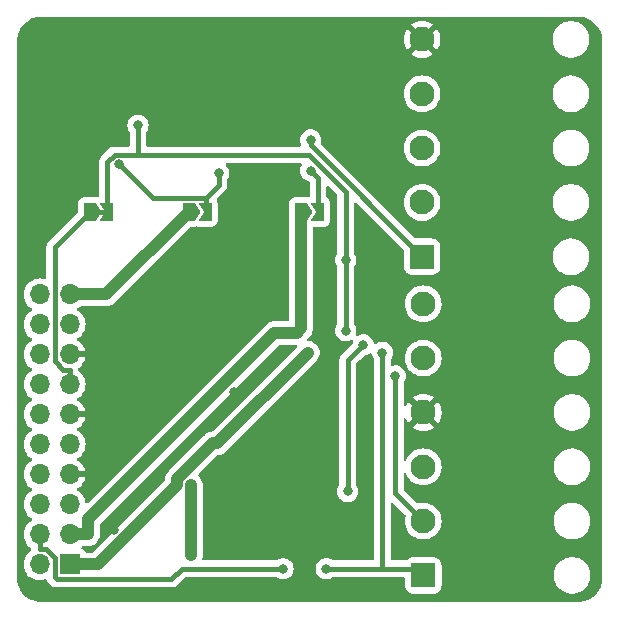
<source format=gbr>
%TF.GenerationSoftware,KiCad,Pcbnew,8.0.0-rc2-358-gd9abaa23a4*%
%TF.CreationDate,2024-02-08T19:09:11+01:00*%
%TF.ProjectId,xDuinoRail-Breakout-RailcomDetect,78447569-6e6f-4526-9169-6c2d42726561,rev?*%
%TF.SameCoordinates,Original*%
%TF.FileFunction,Copper,L2,Bot*%
%TF.FilePolarity,Positive*%
%FSLAX46Y46*%
G04 Gerber Fmt 4.6, Leading zero omitted, Abs format (unit mm)*
G04 Created by KiCad (PCBNEW 8.0.0-rc2-358-gd9abaa23a4) date 2024-02-08 19:09:11*
%MOMM*%
%LPD*%
G01*
G04 APERTURE LIST*
G04 Aperture macros list*
%AMRoundRect*
0 Rectangle with rounded corners*
0 $1 Rounding radius*
0 $2 $3 $4 $5 $6 $7 $8 $9 X,Y pos of 4 corners*
0 Add a 4 corners polygon primitive as box body*
4,1,4,$2,$3,$4,$5,$6,$7,$8,$9,$2,$3,0*
0 Add four circle primitives for the rounded corners*
1,1,$1+$1,$2,$3*
1,1,$1+$1,$4,$5*
1,1,$1+$1,$6,$7*
1,1,$1+$1,$8,$9*
0 Add four rect primitives between the rounded corners*
20,1,$1+$1,$2,$3,$4,$5,0*
20,1,$1+$1,$4,$5,$6,$7,0*
20,1,$1+$1,$6,$7,$8,$9,0*
20,1,$1+$1,$8,$9,$2,$3,0*%
%AMFreePoly0*
4,1,6,1.000000,0.000000,0.500000,-0.750000,-0.500000,-0.750000,-0.500000,0.750000,0.500000,0.750000,1.000000,0.000000,1.000000,0.000000,$1*%
%AMFreePoly1*
4,1,6,0.500000,-0.750000,-0.650000,-0.750000,-0.150000,0.000000,-0.650000,0.750000,0.500000,0.750000,0.500000,-0.750000,0.500000,-0.750000,$1*%
G04 Aperture macros list end*
%TA.AperFunction,ComponentPad*%
%ADD10RoundRect,0.250001X0.799999X-0.799999X0.799999X0.799999X-0.799999X0.799999X-0.799999X-0.799999X0*%
%TD*%
%TA.AperFunction,ComponentPad*%
%ADD11C,2.100000*%
%TD*%
%TA.AperFunction,ComponentPad*%
%ADD12R,1.700000X1.700000*%
%TD*%
%TA.AperFunction,ComponentPad*%
%ADD13O,1.700000X1.700000*%
%TD*%
%TA.AperFunction,SMDPad,CuDef*%
%ADD14FreePoly0,0.000000*%
%TD*%
%TA.AperFunction,SMDPad,CuDef*%
%ADD15FreePoly1,0.000000*%
%TD*%
%TA.AperFunction,ViaPad*%
%ADD16C,0.800000*%
%TD*%
%TA.AperFunction,Conductor*%
%ADD17C,0.400000*%
%TD*%
%TA.AperFunction,Conductor*%
%ADD18C,1.000000*%
%TD*%
G04 APERTURE END LIST*
D10*
%TO.P,J301,1,Pin_1*%
%TO.N,/CN_A2*%
X170915000Y-114595000D03*
D11*
%TO.P,J301,2,Pin_2*%
%TO.N,/CN_A3*%
X170915000Y-109995000D03*
%TO.P,J301,3,Pin_3*%
%TO.N,+18mV*%
X170915000Y-105395000D03*
%TO.P,J301,4,Pin_4*%
%TO.N,GND*%
X170915000Y-100795000D03*
%TO.P,J301,5,Pin_5*%
%TO.N,-18mV*%
X170915000Y-96195000D03*
%TO.P,J301,6,Pin_6*%
%TO.N,-750mV*%
X170915000Y-91595000D03*
%TD*%
D12*
%TO.P,J101,1,Pin_1*%
%TO.N,/TRACK_B0*%
X140970000Y-113665000D03*
D13*
%TO.P,J101,2,Pin_2*%
%TO.N,/RAILCOM1*%
X138430000Y-113665000D03*
%TO.P,J101,3,Pin_3*%
%TO.N,/TRACK_A0*%
X140970000Y-111125000D03*
%TO.P,J101,4,Pin_4*%
%TO.N,/RAILCOM0*%
X138430000Y-111125000D03*
%TO.P,J101,5,Pin_5*%
%TO.N,unconnected-(J101-Pin_5-Pad5)*%
X140970000Y-108585000D03*
%TO.P,J101,6,Pin_6*%
%TO.N,unconnected-(J101-Pin_6-Pad6)*%
X138430000Y-108585000D03*
%TO.P,J101,7,Pin_7*%
%TO.N,GND*%
X140970000Y-106045000D03*
%TO.P,J101,8,Pin_8*%
%TO.N,unconnected-(J101-Pin_8-Pad8)*%
X138430000Y-106045000D03*
%TO.P,J101,9,Pin_9*%
%TO.N,unconnected-(J101-Pin_9-Pad9)*%
X140970000Y-103505000D03*
%TO.P,J101,10,Pin_10*%
%TO.N,unconnected-(J101-Pin_10-Pad10)*%
X138430000Y-103505000D03*
%TO.P,J101,11,Pin_11*%
%TO.N,GND*%
X140970000Y-100965000D03*
%TO.P,J101,12,Pin_12*%
%TO.N,unconnected-(J101-Pin_12-Pad12)*%
X138430000Y-100965000D03*
%TO.P,J101,13,Pin_13*%
%TO.N,+3V3*%
X140970000Y-98425000D03*
%TO.P,J101,14,Pin_14*%
%TO.N,unconnected-(J101-Pin_14-Pad14)*%
X138430000Y-98425000D03*
%TO.P,J101,15,Pin_15*%
%TO.N,GND*%
X140970000Y-95885000D03*
%TO.P,J101,16,Pin_16*%
%TO.N,unconnected-(J101-Pin_16-Pad16)*%
X138430000Y-95885000D03*
%TO.P,J101,17,Pin_17*%
%TO.N,/DCC0*%
X140970000Y-93345000D03*
%TO.P,J101,18,Pin_18*%
%TO.N,/DECODER_RAILCOM*%
X138430000Y-93345000D03*
%TO.P,J101,19,Pin_19*%
%TO.N,/DCC1*%
X140970000Y-90805000D03*
%TO.P,J101,20,Pin_20*%
%TO.N,/DECODER_DIGITAL*%
X138430000Y-90805000D03*
%TD*%
D10*
%TO.P,J201,1,Pin_1*%
%TO.N,/rails_signal_feedback_dcc-railcom-8x50/RC_SIGNAL*%
X170815000Y-87615000D03*
D11*
%TO.P,J201,2,Pin_2*%
%TO.N,/rails_signal_feedback_dcc-railcom-8x50/RC_CURR*%
X170815000Y-83015000D03*
%TO.P,J201,3,Pin_3*%
%TO.N,/rails_signal_feedback_dcc-railcom-8x50/RC_FB_IN*%
X170815000Y-78415000D03*
%TO.P,J201,4,Pin_4*%
%TO.N,/rails_signal_feedback_dcc-railcom-8x50/RC_ON_OFF*%
X170815000Y-73815000D03*
%TO.P,J201,5,Pin_5*%
%TO.N,GND*%
X170815000Y-69215000D03*
%TD*%
D14*
%TO.P,JP_DEC_DCC1,1,A*%
%TO.N,/DCC1*%
X151040000Y-83820000D03*
D15*
%TO.P,JP_DEC_DCC1,2,B*%
%TO.N,/RC_GENERATOR1*%
X152490000Y-83820000D03*
%TD*%
D14*
%TO.P,JP_DEC_3v3,1,A*%
%TO.N,+3V3*%
X142695000Y-83820000D03*
D15*
%TO.P,JP_DEC_3v3,2,B*%
X144145000Y-83820000D03*
%TD*%
D14*
%TO.P,JP_DEC_TRKA0,1,A*%
%TO.N,/TRACK_A0*%
X160565000Y-83820000D03*
D15*
%TO.P,JP_DEC_TRKA0,2,B*%
%TO.N,/RC_GENERATOR0*%
X162015000Y-83820000D03*
%TD*%
D16*
%TO.N,/RC_GENERATOR1*%
X145126600Y-79790200D03*
X153599100Y-80540700D03*
%TO.N,/RC_GENERATOR0*%
X161397200Y-80325000D03*
%TO.N,/rails_signal_feedback_dcc-railcom-8x50/RC_SIGNAL*%
X161379200Y-77723900D03*
%TO.N,/CN_A2*%
X162695400Y-114032800D03*
X167454400Y-95739300D03*
%TO.N,/CN_A3*%
X168538900Y-97706800D03*
%TO.N,/TRACK_B0*%
X161144700Y-95752700D03*
X153192900Y-103407000D03*
%TO.N,/TRACK_A0*%
X160187800Y-94069800D03*
%TO.N,/CN_A4*%
X164515100Y-107481900D03*
X165827000Y-95084500D03*
%TO.N,/DCC0*%
X151242400Y-112868200D03*
X151242400Y-106965800D03*
%TO.N,+3V3*%
X164348300Y-93864100D03*
X164348300Y-87902900D03*
X146757500Y-76497000D03*
%TO.N,/RAILCOM0*%
X159035300Y-114032800D03*
%TO.N,GND*%
X154484600Y-115153200D03*
X160290000Y-101018800D03*
X144724200Y-110738600D03*
X159923100Y-81240800D03*
X157385000Y-91530000D03*
X163830000Y-111667600D03*
X154927700Y-99053000D03*
X161160000Y-104507600D03*
%TD*%
D17*
%TO.N,/RC_GENERATOR1*%
X152490000Y-83820000D02*
X152490000Y-82819100D01*
X152490000Y-82819100D02*
X152490000Y-82669800D01*
X152490000Y-82669800D02*
X152490000Y-82669000D01*
X153599100Y-81559200D02*
X153599100Y-80540700D01*
X152490000Y-82668300D02*
X153599100Y-81559200D01*
X152490000Y-82669000D02*
X152490000Y-82668300D01*
X148004700Y-82668300D02*
X145126600Y-79790200D01*
X152490000Y-82668300D02*
X148004700Y-82668300D01*
%TO.N,/RC_GENERATOR0*%
X162015000Y-80942800D02*
X161397200Y-80325000D01*
X162015000Y-83820000D02*
X162015000Y-80942800D01*
%TO.N,/rails_signal_feedback_dcc-railcom-8x50/RC_SIGNAL*%
X161379200Y-78179200D02*
X161379200Y-77723900D01*
X170815000Y-87615000D02*
X161379200Y-78179200D01*
D18*
%TO.N,/DCC1*%
X144055000Y-90805000D02*
X140970000Y-90805000D01*
X151040000Y-83820000D02*
X144055000Y-90805000D01*
D17*
%TO.N,/CN_A2*%
X167454400Y-114032800D02*
X167454400Y-95739300D01*
X170352800Y-114032800D02*
X167454400Y-114032800D01*
X170915000Y-114595000D02*
X170352800Y-114032800D01*
X167454400Y-114032800D02*
X162695400Y-114032800D01*
%TO.N,/CN_A3*%
X168538900Y-107618900D02*
X168538900Y-97706800D01*
X170915000Y-109995000D02*
X168538900Y-107618900D01*
D18*
%TO.N,/TRACK_B0*%
X153490400Y-103407000D02*
X153192900Y-103407000D01*
X161144700Y-95752700D02*
X153490400Y-103407000D01*
X143356300Y-113665000D02*
X140970000Y-113665000D01*
X150040700Y-106980600D02*
X143356300Y-113665000D01*
X150040700Y-106468100D02*
X150040700Y-106980600D01*
X153101800Y-103407000D02*
X150040700Y-106468100D01*
X153192900Y-103407000D02*
X153101800Y-103407000D01*
%TO.N,/TRACK_A0*%
X140970000Y-111125000D02*
X142521700Y-111125000D01*
X160565000Y-93692600D02*
X160187800Y-94069800D01*
X160565000Y-83820000D02*
X160565000Y-93692600D01*
X142521700Y-109864200D02*
X142521700Y-111125000D01*
X158316100Y-94069800D02*
X142521700Y-109864200D01*
X160187800Y-94069800D02*
X158316100Y-94069800D01*
D17*
%TO.N,/CN_A4*%
X164515100Y-96396400D02*
X165827000Y-95084500D01*
X164515100Y-107481900D02*
X164515100Y-96396400D01*
D18*
%TO.N,/DCC0*%
X151242400Y-112868200D02*
X151242400Y-106965800D01*
D17*
%TO.N,+3V3*%
X144145000Y-83820000D02*
X144145000Y-82668300D01*
X140970000Y-98425000D02*
X140970000Y-97173300D01*
X144145000Y-83820000D02*
X142695000Y-83820000D01*
X140451300Y-97173300D02*
X140970000Y-97173300D01*
X139700000Y-96422000D02*
X140451300Y-97173300D01*
X139700000Y-86815000D02*
X139700000Y-96422000D01*
X142695000Y-83820000D02*
X139700000Y-86815000D01*
X164348300Y-93864100D02*
X164348300Y-87902900D01*
X146757500Y-78987400D02*
X146757500Y-76497000D01*
X161239800Y-78987400D02*
X146757500Y-78987400D01*
X164348300Y-82095900D02*
X161239800Y-78987400D01*
X164348300Y-87902900D02*
X164348300Y-82095900D01*
X144145000Y-79633300D02*
X144145000Y-82668300D01*
X144790900Y-78987400D02*
X144145000Y-79633300D01*
X146757500Y-78987400D02*
X144790900Y-78987400D01*
%TO.N,/RAILCOM0*%
X138430000Y-111125000D02*
X138430000Y-112376700D01*
X138948700Y-112376700D02*
X138430000Y-112376700D01*
X139700000Y-113128000D02*
X138948700Y-112376700D01*
X139700000Y-114732400D02*
X139700000Y-113128000D01*
X139884300Y-114916700D02*
X139700000Y-114732400D01*
X149593900Y-114916700D02*
X139884300Y-114916700D01*
X150477800Y-114032800D02*
X149593900Y-114916700D01*
X159035300Y-114032800D02*
X150477800Y-114032800D01*
%TD*%
%TA.AperFunction,Conductor*%
%TO.N,GND*%
G36*
X160179856Y-95089985D02*
G01*
X160225611Y-95142789D01*
X160235555Y-95211947D01*
X160206530Y-95275503D01*
X160200498Y-95281981D01*
X153112299Y-102370181D01*
X153050976Y-102403666D01*
X153024618Y-102406500D01*
X153003255Y-102406500D01*
X152906612Y-102425724D01*
X152809970Y-102444946D01*
X152809965Y-102444948D01*
X152757924Y-102466505D01*
X152627882Y-102520369D01*
X152464019Y-102629859D01*
X152394340Y-102699538D01*
X152324661Y-102769218D01*
X152324658Y-102769221D01*
X149402921Y-105690958D01*
X149402918Y-105690961D01*
X149355886Y-105737993D01*
X149263559Y-105830319D01*
X149154071Y-105994179D01*
X149154069Y-105994183D01*
X149154068Y-105994186D01*
X149124879Y-106064655D01*
X149109790Y-106101085D01*
X149092204Y-106143540D01*
X149078650Y-106176260D01*
X149078647Y-106176270D01*
X149040200Y-106369556D01*
X149040200Y-106514818D01*
X149020515Y-106581857D01*
X149003881Y-106602499D01*
X142978199Y-112628181D01*
X142916876Y-112661666D01*
X142890518Y-112664500D01*
X142384141Y-112664500D01*
X142317102Y-112644815D01*
X142271347Y-112592011D01*
X142267969Y-112583859D01*
X142263796Y-112572669D01*
X142263793Y-112572665D01*
X142263793Y-112572664D01*
X142177547Y-112457455D01*
X142177544Y-112457452D01*
X142062335Y-112371206D01*
X142062328Y-112371202D01*
X142047527Y-112365682D01*
X141991593Y-112323811D01*
X141967176Y-112258346D01*
X141982028Y-112190073D01*
X142031433Y-112140668D01*
X142090860Y-112125500D01*
X142620243Y-112125500D01*
X142750282Y-112099632D01*
X142813535Y-112087051D01*
X142954355Y-112028721D01*
X142995607Y-112011635D01*
X142995607Y-112011634D01*
X142995614Y-112011632D01*
X143159482Y-111902139D01*
X143298839Y-111762782D01*
X143408332Y-111598914D01*
X143483751Y-111416835D01*
X143502793Y-111321106D01*
X143522200Y-111223543D01*
X143522200Y-110329982D01*
X143541885Y-110262943D01*
X143558519Y-110242301D01*
X158694202Y-95106619D01*
X158755525Y-95073134D01*
X158781883Y-95070300D01*
X160112817Y-95070300D01*
X160179856Y-95089985D01*
G37*
%TD.AperFunction*%
%TA.AperFunction,Conductor*%
G36*
X160577487Y-79707585D02*
G01*
X160623242Y-79760389D01*
X160633186Y-79829547D01*
X160617835Y-79873898D01*
X160606131Y-79894172D01*
X160570021Y-79956715D01*
X160570018Y-79956722D01*
X160511527Y-80136740D01*
X160511526Y-80136744D01*
X160491740Y-80325000D01*
X160511526Y-80513256D01*
X160511527Y-80513259D01*
X160570018Y-80693277D01*
X160570021Y-80693284D01*
X160664667Y-80857216D01*
X160791329Y-80997888D01*
X160944465Y-81109148D01*
X160944470Y-81109151D01*
X161117392Y-81186142D01*
X161117393Y-81186142D01*
X161117397Y-81186144D01*
X161216280Y-81207162D01*
X161277762Y-81240354D01*
X161311539Y-81301517D01*
X161314500Y-81328452D01*
X161314500Y-82457268D01*
X161294815Y-82524307D01*
X161242011Y-82570062D01*
X161172854Y-82580006D01*
X161065001Y-82564500D01*
X161065000Y-82564500D01*
X160065000Y-82564500D01*
X160064997Y-82564500D01*
X159993059Y-82569644D01*
X159855005Y-82610182D01*
X159733969Y-82687967D01*
X159733965Y-82687971D01*
X159639750Y-82796700D01*
X159639744Y-82796709D01*
X159579976Y-82927580D01*
X159579975Y-82927585D01*
X159559500Y-83069999D01*
X159559500Y-84570002D01*
X159564184Y-84635493D01*
X159564500Y-84644339D01*
X159564500Y-92945300D01*
X159544815Y-93012339D01*
X159492011Y-93058094D01*
X159440500Y-93069300D01*
X158217559Y-93069300D01*
X158193066Y-93074172D01*
X158057840Y-93101069D01*
X158024264Y-93107748D01*
X157842188Y-93183166D01*
X157842179Y-93183171D01*
X157678319Y-93292659D01*
X157678315Y-93292662D01*
X142518543Y-108452434D01*
X142457220Y-108485919D01*
X142387528Y-108480935D01*
X142331595Y-108439063D01*
X142307334Y-108375559D01*
X142305063Y-108349592D01*
X142243903Y-108121337D01*
X142144035Y-107907171D01*
X142138425Y-107899158D01*
X142008494Y-107713597D01*
X141841402Y-107546506D01*
X141841401Y-107546505D01*
X141655405Y-107416269D01*
X141611781Y-107361692D01*
X141604588Y-107292193D01*
X141636110Y-107229839D01*
X141655405Y-107213119D01*
X141841082Y-107083105D01*
X142008105Y-106916082D01*
X142143600Y-106722578D01*
X142243429Y-106508492D01*
X142243432Y-106508486D01*
X142300636Y-106295000D01*
X141403012Y-106295000D01*
X141435925Y-106237993D01*
X141470000Y-106110826D01*
X141470000Y-105979174D01*
X141435925Y-105852007D01*
X141403012Y-105795000D01*
X142300636Y-105795000D01*
X142300635Y-105794999D01*
X142243432Y-105581513D01*
X142243429Y-105581507D01*
X142143600Y-105367422D01*
X142143599Y-105367420D01*
X142008113Y-105173926D01*
X142008108Y-105173920D01*
X141841078Y-105006890D01*
X141655405Y-104876879D01*
X141611780Y-104822302D01*
X141604588Y-104752804D01*
X141636110Y-104690449D01*
X141655406Y-104673730D01*
X141655842Y-104673425D01*
X141841401Y-104543495D01*
X142008495Y-104376401D01*
X142144035Y-104182830D01*
X142243903Y-103968663D01*
X142305063Y-103740408D01*
X142325659Y-103505000D01*
X142305063Y-103269592D01*
X142243903Y-103041337D01*
X142144035Y-102827171D01*
X142138425Y-102819158D01*
X142008494Y-102633597D01*
X141841401Y-102466505D01*
X141655405Y-102336269D01*
X141611781Y-102281692D01*
X141604588Y-102212193D01*
X141636110Y-102149839D01*
X141655405Y-102133119D01*
X141841082Y-102003105D01*
X142008105Y-101836082D01*
X142143600Y-101642578D01*
X142243429Y-101428492D01*
X142243432Y-101428486D01*
X142300636Y-101215000D01*
X141403012Y-101215000D01*
X141435925Y-101157993D01*
X141470000Y-101030826D01*
X141470000Y-100899174D01*
X141435925Y-100772007D01*
X141403012Y-100715000D01*
X142300636Y-100715000D01*
X142300635Y-100714999D01*
X142243432Y-100501513D01*
X142243429Y-100501507D01*
X142143600Y-100287422D01*
X142143599Y-100287420D01*
X142008113Y-100093926D01*
X142008108Y-100093920D01*
X141841078Y-99926890D01*
X141655405Y-99796879D01*
X141611780Y-99742302D01*
X141604588Y-99672804D01*
X141636110Y-99610449D01*
X141655406Y-99593730D01*
X141655842Y-99593425D01*
X141841401Y-99463495D01*
X142008495Y-99296401D01*
X142144035Y-99102830D01*
X142243903Y-98888663D01*
X142305063Y-98660408D01*
X142325659Y-98425000D01*
X142305063Y-98189592D01*
X142243903Y-97961337D01*
X142144035Y-97747171D01*
X142138425Y-97739158D01*
X142008494Y-97553597D01*
X141841404Y-97386508D01*
X141841402Y-97386506D01*
X141841401Y-97386505D01*
X141841396Y-97386501D01*
X141841393Y-97386499D01*
X141723376Y-97303861D01*
X141679751Y-97249284D01*
X141670500Y-97202287D01*
X141670500Y-97107100D01*
X141690185Y-97040061D01*
X141723377Y-97005525D01*
X141841079Y-96923109D01*
X142008105Y-96756082D01*
X142143600Y-96562578D01*
X142243429Y-96348492D01*
X142243432Y-96348486D01*
X142300636Y-96135000D01*
X141403012Y-96135000D01*
X141435925Y-96077993D01*
X141470000Y-95950826D01*
X141470000Y-95819174D01*
X141435925Y-95692007D01*
X141403012Y-95635000D01*
X142300636Y-95635000D01*
X142300635Y-95634999D01*
X142243432Y-95421513D01*
X142243429Y-95421507D01*
X142143600Y-95207422D01*
X142143599Y-95207420D01*
X142008113Y-95013926D01*
X142008108Y-95013920D01*
X141841078Y-94846890D01*
X141655405Y-94716879D01*
X141611780Y-94662302D01*
X141604588Y-94592804D01*
X141636110Y-94530449D01*
X141655406Y-94513730D01*
X141655842Y-94513425D01*
X141841401Y-94383495D01*
X142008495Y-94216401D01*
X142144035Y-94022830D01*
X142243903Y-93808663D01*
X142305063Y-93580408D01*
X142325659Y-93345000D01*
X142324511Y-93331884D01*
X142308624Y-93150293D01*
X142305063Y-93109592D01*
X142243903Y-92881337D01*
X142144035Y-92667171D01*
X142100560Y-92605081D01*
X142008494Y-92473597D01*
X141841402Y-92306506D01*
X141841396Y-92306501D01*
X141655842Y-92176575D01*
X141612217Y-92121998D01*
X141605023Y-92052500D01*
X141636546Y-91990145D01*
X141655842Y-91973425D01*
X141678026Y-91957891D01*
X141841401Y-91843495D01*
X141843077Y-91841819D01*
X141843995Y-91841317D01*
X141845544Y-91840018D01*
X141845805Y-91840329D01*
X141904400Y-91808334D01*
X141930758Y-91805500D01*
X144153542Y-91805500D01*
X144172870Y-91801655D01*
X144250188Y-91786275D01*
X144346836Y-91767051D01*
X144400165Y-91744961D01*
X144528914Y-91691632D01*
X144692782Y-91582139D01*
X144832139Y-91442782D01*
X144832139Y-91442780D01*
X144842347Y-91432573D01*
X144842348Y-91432570D01*
X151163102Y-85111819D01*
X151224425Y-85078334D01*
X151250783Y-85075500D01*
X151539984Y-85075500D01*
X151540000Y-85075500D01*
X151603522Y-85071493D01*
X151603526Y-85071492D01*
X151603527Y-85071492D01*
X151623755Y-85065919D01*
X151650104Y-85058660D01*
X151700680Y-85055469D01*
X151840000Y-85075500D01*
X151840003Y-85075500D01*
X152990000Y-85075500D01*
X153061940Y-85070355D01*
X153199992Y-85029819D01*
X153321032Y-84952031D01*
X153415254Y-84843294D01*
X153475024Y-84712416D01*
X153495500Y-84570000D01*
X153495500Y-83070000D01*
X153490355Y-82998060D01*
X153449819Y-82860008D01*
X153440904Y-82846136D01*
X153421220Y-82779096D01*
X153440905Y-82712057D01*
X153457534Y-82691421D01*
X154143214Y-82005743D01*
X154219875Y-81891011D01*
X154272680Y-81763529D01*
X154272680Y-81763525D01*
X154272682Y-81763522D01*
X154278034Y-81736611D01*
X154278034Y-81736609D01*
X154299600Y-81628193D01*
X154299600Y-81156091D01*
X154319285Y-81089052D01*
X154331452Y-81073117D01*
X154331633Y-81072916D01*
X154426279Y-80908984D01*
X154484774Y-80728956D01*
X154504560Y-80540700D01*
X154484774Y-80352444D01*
X154426279Y-80172416D01*
X154331633Y-80008484D01*
X154229335Y-79894871D01*
X154199106Y-79831881D01*
X154207731Y-79762545D01*
X154252473Y-79708880D01*
X154319125Y-79687922D01*
X154321486Y-79687900D01*
X160510448Y-79687900D01*
X160577487Y-79707585D01*
G37*
%TD.AperFunction*%
%TA.AperFunction,Conductor*%
G36*
X184056121Y-67310020D02*
G01*
X184190109Y-67312409D01*
X184205528Y-67313650D01*
X184471897Y-67351948D01*
X184489184Y-67355708D01*
X184746313Y-67431209D01*
X184762887Y-67437391D01*
X184872159Y-67487293D01*
X185006659Y-67548717D01*
X185022173Y-67557188D01*
X185247628Y-67702080D01*
X185261783Y-67712676D01*
X185396800Y-67829668D01*
X185464317Y-67888172D01*
X185476827Y-67900682D01*
X185652320Y-68103212D01*
X185662921Y-68117374D01*
X185807808Y-68342821D01*
X185816284Y-68358345D01*
X185927608Y-68602112D01*
X185933791Y-68618688D01*
X186009290Y-68875814D01*
X186013051Y-68893102D01*
X186051348Y-69159463D01*
X186052590Y-69174898D01*
X186054980Y-69308877D01*
X186055000Y-69311089D01*
X186055000Y-114838910D01*
X186054980Y-114841122D01*
X186052590Y-114975101D01*
X186051348Y-114990536D01*
X186013051Y-115256897D01*
X186009290Y-115274185D01*
X185933791Y-115531311D01*
X185927608Y-115547887D01*
X185816284Y-115791654D01*
X185807805Y-115807183D01*
X185662922Y-116032624D01*
X185652320Y-116046787D01*
X185476827Y-116249317D01*
X185464317Y-116261827D01*
X185261787Y-116437320D01*
X185247624Y-116447922D01*
X185022183Y-116592805D01*
X185006654Y-116601284D01*
X184762887Y-116712608D01*
X184746311Y-116718791D01*
X184489185Y-116794290D01*
X184471897Y-116798051D01*
X184205536Y-116836348D01*
X184190101Y-116837590D01*
X184059818Y-116839914D01*
X184056120Y-116839980D01*
X184053910Y-116840000D01*
X138526090Y-116840000D01*
X138523879Y-116839980D01*
X138520015Y-116839911D01*
X138389898Y-116837590D01*
X138374463Y-116836348D01*
X138108102Y-116798051D01*
X138090814Y-116794290D01*
X137833688Y-116718791D01*
X137817112Y-116712608D01*
X137573345Y-116601284D01*
X137557821Y-116592808D01*
X137332374Y-116447921D01*
X137318212Y-116437320D01*
X137115682Y-116261827D01*
X137103172Y-116249317D01*
X136956296Y-116079813D01*
X136927676Y-116046783D01*
X136917077Y-116032624D01*
X136916613Y-116031902D01*
X136772188Y-115807173D01*
X136763715Y-115791654D01*
X136757324Y-115777660D01*
X136678508Y-115605076D01*
X136652391Y-115547887D01*
X136646208Y-115531311D01*
X136625507Y-115460811D01*
X136570708Y-115274184D01*
X136566948Y-115256897D01*
X136555740Y-115178945D01*
X136528650Y-114990528D01*
X136527409Y-114975109D01*
X136525020Y-114841121D01*
X136525000Y-114838910D01*
X136525000Y-113665000D01*
X137074341Y-113665000D01*
X137094936Y-113900403D01*
X137094938Y-113900413D01*
X137156094Y-114128655D01*
X137156096Y-114128659D01*
X137156097Y-114128663D01*
X137199181Y-114221056D01*
X137255965Y-114342830D01*
X137255967Y-114342834D01*
X137347092Y-114472973D01*
X137391505Y-114536401D01*
X137558599Y-114703495D01*
X137629278Y-114752985D01*
X137752165Y-114839032D01*
X137752167Y-114839033D01*
X137752170Y-114839035D01*
X137966337Y-114938903D01*
X138194592Y-115000063D01*
X138382918Y-115016539D01*
X138429999Y-115020659D01*
X138430000Y-115020659D01*
X138430001Y-115020659D01*
X138469234Y-115017226D01*
X138665408Y-115000063D01*
X138893663Y-114938903D01*
X138893671Y-114938899D01*
X138898249Y-114937233D01*
X138967977Y-114932792D01*
X139029037Y-114966754D01*
X139055236Y-115006297D01*
X139079225Y-115064211D01*
X139130332Y-115140699D01*
X139155887Y-115178945D01*
X139437754Y-115460812D01*
X139552492Y-115537477D01*
X139679967Y-115590278D01*
X139679972Y-115590280D01*
X139679976Y-115590280D01*
X139679977Y-115590281D01*
X139815303Y-115617200D01*
X139815306Y-115617200D01*
X149662896Y-115617200D01*
X149753940Y-115599089D01*
X149798228Y-115590280D01*
X149861969Y-115563877D01*
X149925707Y-115537477D01*
X149925708Y-115537476D01*
X149925711Y-115537475D01*
X150040443Y-115460814D01*
X150731637Y-114769618D01*
X150792960Y-114736134D01*
X150819318Y-114733300D01*
X158427144Y-114733300D01*
X158494183Y-114752985D01*
X158500029Y-114756982D01*
X158582565Y-114816948D01*
X158582570Y-114816951D01*
X158755492Y-114893942D01*
X158755497Y-114893944D01*
X158940654Y-114933300D01*
X158940655Y-114933300D01*
X159129944Y-114933300D01*
X159129946Y-114933300D01*
X159315103Y-114893944D01*
X159488030Y-114816951D01*
X159641171Y-114705688D01*
X159767833Y-114565016D01*
X159862479Y-114401084D01*
X159920974Y-114221056D01*
X159940760Y-114032800D01*
X159920974Y-113844544D01*
X159862479Y-113664516D01*
X159767833Y-113500584D01*
X159641171Y-113359912D01*
X159632848Y-113353865D01*
X159488034Y-113248651D01*
X159488029Y-113248648D01*
X159315107Y-113171657D01*
X159315102Y-113171655D01*
X159169301Y-113140665D01*
X159129946Y-113132300D01*
X158940654Y-113132300D01*
X158908197Y-113139198D01*
X158755497Y-113171655D01*
X158755492Y-113171657D01*
X158582570Y-113248648D01*
X158582565Y-113248651D01*
X158500029Y-113308618D01*
X158434223Y-113332098D01*
X158427144Y-113332300D01*
X152318675Y-113332300D01*
X152251636Y-113312615D01*
X152205881Y-113259811D01*
X152195937Y-113190653D01*
X152202734Y-113165877D01*
X152202683Y-113165862D01*
X152203269Y-113163927D01*
X152204115Y-113160844D01*
X152204451Y-113160035D01*
X152227433Y-113044500D01*
X152242900Y-112966743D01*
X152242900Y-106867256D01*
X152204452Y-106673970D01*
X152204451Y-106673969D01*
X152204451Y-106673965D01*
X152166299Y-106581857D01*
X152129035Y-106491892D01*
X152129028Y-106491879D01*
X152019539Y-106328018D01*
X152019536Y-106328014D01*
X151895301Y-106203779D01*
X151861816Y-106142456D01*
X151866800Y-106072764D01*
X151895299Y-106028419D01*
X153479901Y-104443819D01*
X153541224Y-104410334D01*
X153567582Y-104407500D01*
X153588943Y-104407500D01*
X153664628Y-104392444D01*
X153702472Y-104384917D01*
X153782236Y-104369051D01*
X153841507Y-104344500D01*
X153964314Y-104293632D01*
X154128182Y-104184139D01*
X154267539Y-104044782D01*
X154267540Y-104044780D01*
X154274606Y-104037714D01*
X154274608Y-104037710D01*
X161921839Y-96390481D01*
X162031331Y-96226614D01*
X162106751Y-96044536D01*
X162145200Y-95851240D01*
X162145200Y-95654160D01*
X162145200Y-95654157D01*
X162145199Y-95654155D01*
X162134390Y-95599815D01*
X162106751Y-95460864D01*
X162031331Y-95278786D01*
X162031329Y-95278783D01*
X162031327Y-95278779D01*
X161921839Y-95114919D01*
X161921836Y-95114915D01*
X161782484Y-94975563D01*
X161782480Y-94975560D01*
X161618620Y-94866072D01*
X161618610Y-94866067D01*
X161436536Y-94790649D01*
X161436528Y-94790647D01*
X161243243Y-94752200D01*
X161243240Y-94752200D01*
X161219682Y-94752200D01*
X161152643Y-94732515D01*
X161106888Y-94679711D01*
X161096944Y-94610553D01*
X161125969Y-94546997D01*
X161131989Y-94540530D01*
X161342139Y-94330382D01*
X161362206Y-94300349D01*
X161451632Y-94166514D01*
X161498917Y-94052356D01*
X161527051Y-93984436D01*
X161565500Y-93791141D01*
X161565500Y-93594060D01*
X161565500Y-85199500D01*
X161585185Y-85132461D01*
X161637989Y-85086706D01*
X161689500Y-85075500D01*
X162515000Y-85075500D01*
X162586940Y-85070355D01*
X162724992Y-85029819D01*
X162846032Y-84952031D01*
X162940254Y-84843294D01*
X163000024Y-84712416D01*
X163020500Y-84570000D01*
X163020500Y-83070000D01*
X163015355Y-82998060D01*
X162974819Y-82860008D01*
X162918068Y-82771702D01*
X162897032Y-82738969D01*
X162897028Y-82738965D01*
X162788299Y-82644750D01*
X162788297Y-82644748D01*
X162788294Y-82644746D01*
X162788291Y-82644744D01*
X162788286Y-82644741D01*
X162787987Y-82644605D01*
X162787738Y-82644389D01*
X162780832Y-82639951D01*
X162781470Y-82638958D01*
X162735183Y-82598850D01*
X162715500Y-82531812D01*
X162715500Y-81753119D01*
X162735185Y-81686080D01*
X162787989Y-81640325D01*
X162857147Y-81630381D01*
X162920703Y-81659406D01*
X162927181Y-81665438D01*
X163611481Y-82349738D01*
X163644966Y-82411061D01*
X163647800Y-82437419D01*
X163647800Y-87287508D01*
X163628115Y-87354547D01*
X163615956Y-87370474D01*
X163615768Y-87370682D01*
X163615764Y-87370687D01*
X163521121Y-87534615D01*
X163521118Y-87534622D01*
X163462627Y-87714640D01*
X163462626Y-87714644D01*
X163442840Y-87902900D01*
X163462626Y-88091156D01*
X163462627Y-88091159D01*
X163521118Y-88271177D01*
X163521121Y-88271184D01*
X163615766Y-88435115D01*
X163615948Y-88435317D01*
X163616016Y-88435459D01*
X163619585Y-88440371D01*
X163618686Y-88441023D01*
X163646179Y-88498308D01*
X163647800Y-88518291D01*
X163647800Y-93248708D01*
X163628115Y-93315747D01*
X163615956Y-93331674D01*
X163615768Y-93331882D01*
X163615764Y-93331887D01*
X163521121Y-93495815D01*
X163521118Y-93495822D01*
X163489199Y-93594060D01*
X163462626Y-93675844D01*
X163442840Y-93864100D01*
X163462626Y-94052356D01*
X163462627Y-94052358D01*
X163521118Y-94232377D01*
X163521121Y-94232384D01*
X163615767Y-94396316D01*
X163629539Y-94411611D01*
X163742429Y-94536988D01*
X163895565Y-94648248D01*
X163895570Y-94648251D01*
X164068492Y-94725242D01*
X164068497Y-94725244D01*
X164253654Y-94764600D01*
X164253655Y-94764600D01*
X164442944Y-94764600D01*
X164442946Y-94764600D01*
X164628103Y-94725244D01*
X164801030Y-94648251D01*
X164801031Y-94648249D01*
X164804829Y-94646559D01*
X164874078Y-94637274D01*
X164937355Y-94666902D01*
X164974569Y-94726036D01*
X164973905Y-94795903D01*
X164973196Y-94798155D01*
X164941328Y-94896236D01*
X164941325Y-94896250D01*
X164936134Y-94945629D01*
X164909549Y-95010243D01*
X164900495Y-95020346D01*
X163970987Y-95949854D01*
X163894322Y-96064592D01*
X163841521Y-96192067D01*
X163841518Y-96192079D01*
X163816068Y-96320027D01*
X163816067Y-96320033D01*
X163814601Y-96327399D01*
X163814600Y-96327412D01*
X163814600Y-106866508D01*
X163794915Y-106933547D01*
X163782756Y-106949474D01*
X163782568Y-106949682D01*
X163782564Y-106949687D01*
X163687921Y-107113615D01*
X163687918Y-107113622D01*
X163629427Y-107293640D01*
X163629426Y-107293644D01*
X163609640Y-107481900D01*
X163629426Y-107670156D01*
X163629427Y-107670159D01*
X163687918Y-107850177D01*
X163687921Y-107850184D01*
X163782567Y-108014116D01*
X163879116Y-108121344D01*
X163909229Y-108154788D01*
X164062365Y-108266048D01*
X164062370Y-108266051D01*
X164235292Y-108343042D01*
X164235297Y-108343044D01*
X164420454Y-108382400D01*
X164420455Y-108382400D01*
X164609744Y-108382400D01*
X164609746Y-108382400D01*
X164794903Y-108343044D01*
X164967830Y-108266051D01*
X165120971Y-108154788D01*
X165247633Y-108014116D01*
X165342279Y-107850184D01*
X165400774Y-107670156D01*
X165420560Y-107481900D01*
X165400774Y-107293644D01*
X165342279Y-107113616D01*
X165247633Y-106949684D01*
X165247444Y-106949474D01*
X165247373Y-106949327D01*
X165243814Y-106944428D01*
X165244710Y-106943776D01*
X165217219Y-106886480D01*
X165215600Y-106866508D01*
X165215600Y-96737919D01*
X165235285Y-96670880D01*
X165251919Y-96650238D01*
X165567449Y-96334708D01*
X165889975Y-96012181D01*
X165951296Y-95978698D01*
X165951362Y-95978683D01*
X166106803Y-95945644D01*
X166106807Y-95945642D01*
X166106808Y-95945642D01*
X166228741Y-95891353D01*
X166279730Y-95868651D01*
X166368718Y-95803997D01*
X166434520Y-95780519D01*
X166502574Y-95796344D01*
X166551269Y-95846449D01*
X166564920Y-95891353D01*
X166568725Y-95927553D01*
X166568726Y-95927557D01*
X166627218Y-96107577D01*
X166627221Y-96107584D01*
X166721866Y-96271515D01*
X166722048Y-96271717D01*
X166722116Y-96271859D01*
X166725685Y-96276771D01*
X166724786Y-96277423D01*
X166752279Y-96334708D01*
X166753900Y-96354691D01*
X166753900Y-113208300D01*
X166734215Y-113275339D01*
X166681411Y-113321094D01*
X166629900Y-113332300D01*
X163303556Y-113332300D01*
X163236517Y-113312615D01*
X163230671Y-113308618D01*
X163148134Y-113248651D01*
X163148129Y-113248648D01*
X162975207Y-113171657D01*
X162975202Y-113171655D01*
X162829401Y-113140665D01*
X162790046Y-113132300D01*
X162600754Y-113132300D01*
X162568297Y-113139198D01*
X162415597Y-113171655D01*
X162415592Y-113171657D01*
X162242670Y-113248648D01*
X162242665Y-113248651D01*
X162089529Y-113359911D01*
X161962866Y-113500585D01*
X161868221Y-113664515D01*
X161868218Y-113664522D01*
X161809727Y-113844540D01*
X161809726Y-113844544D01*
X161789940Y-114032800D01*
X161809726Y-114221056D01*
X161809727Y-114221059D01*
X161868218Y-114401077D01*
X161868221Y-114401084D01*
X161962867Y-114565016D01*
X162087553Y-114703493D01*
X162089529Y-114705688D01*
X162242665Y-114816948D01*
X162242670Y-114816951D01*
X162415592Y-114893942D01*
X162415597Y-114893944D01*
X162600754Y-114933300D01*
X162600755Y-114933300D01*
X162790044Y-114933300D01*
X162790046Y-114933300D01*
X162975203Y-114893944D01*
X163148130Y-114816951D01*
X163213277Y-114769619D01*
X163230671Y-114756982D01*
X163296477Y-114733502D01*
X163303556Y-114733300D01*
X167385407Y-114733300D01*
X169240500Y-114733300D01*
X169307539Y-114752985D01*
X169353294Y-114805789D01*
X169364500Y-114857300D01*
X169364500Y-115445015D01*
X169375000Y-115547795D01*
X169375001Y-115547797D01*
X169393983Y-115605081D01*
X169430186Y-115714335D01*
X169430187Y-115714337D01*
X169522286Y-115863651D01*
X169522289Y-115863655D01*
X169646344Y-115987710D01*
X169646348Y-115987713D01*
X169795662Y-116079812D01*
X169795664Y-116079813D01*
X169795666Y-116079814D01*
X169962203Y-116134999D01*
X170064992Y-116145500D01*
X170064997Y-116145500D01*
X171765003Y-116145500D01*
X171765008Y-116145500D01*
X171867797Y-116134999D01*
X172034334Y-116079814D01*
X172183655Y-115987711D01*
X172307711Y-115863655D01*
X172399814Y-115714334D01*
X172454999Y-115547797D01*
X172465500Y-115445008D01*
X172465500Y-114717027D01*
X181964500Y-114717027D01*
X181967526Y-114736134D01*
X181999642Y-114938905D01*
X182002679Y-114958076D01*
X182078096Y-115190185D01*
X182120895Y-115274184D01*
X182188896Y-115407642D01*
X182332339Y-115605076D01*
X182332343Y-115605081D01*
X182504918Y-115777656D01*
X182504923Y-115777660D01*
X182623286Y-115863655D01*
X182702361Y-115921106D01*
X182919815Y-116031904D01*
X183151924Y-116107321D01*
X183392973Y-116145500D01*
X183392974Y-116145500D01*
X183637026Y-116145500D01*
X183637027Y-116145500D01*
X183878076Y-116107321D01*
X184110185Y-116031904D01*
X184327639Y-115921106D01*
X184525083Y-115777655D01*
X184697655Y-115605083D01*
X184841106Y-115407639D01*
X184951904Y-115190185D01*
X185027321Y-114958076D01*
X185065500Y-114717027D01*
X185065500Y-114472973D01*
X185027321Y-114231924D01*
X184951904Y-113999815D01*
X184841106Y-113782361D01*
X184755838Y-113664999D01*
X184697660Y-113584923D01*
X184697656Y-113584918D01*
X184525081Y-113412343D01*
X184525076Y-113412339D01*
X184327642Y-113268896D01*
X184327641Y-113268895D01*
X184327639Y-113268894D01*
X184110185Y-113158096D01*
X183878076Y-113082679D01*
X183878074Y-113082678D01*
X183878072Y-113082678D01*
X183703320Y-113055000D01*
X183637027Y-113044500D01*
X183392973Y-113044500D01*
X183337093Y-113053350D01*
X183151927Y-113082678D01*
X182919812Y-113158097D01*
X182702357Y-113268896D01*
X182504923Y-113412339D01*
X182504918Y-113412343D01*
X182332343Y-113584918D01*
X182332339Y-113584923D01*
X182188896Y-113782357D01*
X182078097Y-113999812D01*
X182078096Y-113999814D01*
X182078096Y-113999815D01*
X182053812Y-114074553D01*
X182002678Y-114231927D01*
X181985113Y-114342830D01*
X181964500Y-114472973D01*
X181964500Y-114717027D01*
X172465500Y-114717027D01*
X172465500Y-113744992D01*
X172454999Y-113642203D01*
X172399814Y-113475666D01*
X172371397Y-113429596D01*
X172307713Y-113326348D01*
X172307710Y-113326344D01*
X172183655Y-113202289D01*
X172183651Y-113202286D01*
X172034337Y-113110187D01*
X172034335Y-113110186D01*
X171951065Y-113082593D01*
X171867797Y-113055001D01*
X171867795Y-113055000D01*
X171765015Y-113044500D01*
X171765008Y-113044500D01*
X170064992Y-113044500D01*
X170064984Y-113044500D01*
X169962204Y-113055000D01*
X169962203Y-113055001D01*
X169795664Y-113110186D01*
X169795662Y-113110187D01*
X169646348Y-113202286D01*
X169646344Y-113202289D01*
X169552653Y-113295981D01*
X169491330Y-113329466D01*
X169464972Y-113332300D01*
X168278900Y-113332300D01*
X168211861Y-113312615D01*
X168166106Y-113259811D01*
X168154900Y-113208300D01*
X168154900Y-108524919D01*
X168174585Y-108457880D01*
X168227389Y-108412125D01*
X168296547Y-108402181D01*
X168360103Y-108431206D01*
X168366581Y-108437238D01*
X169388253Y-109458910D01*
X169421738Y-109520233D01*
X169421146Y-109575538D01*
X169378853Y-109751700D01*
X169359706Y-109995000D01*
X169378853Y-110238297D01*
X169378853Y-110238300D01*
X169378854Y-110238302D01*
X169428999Y-110447169D01*
X169435830Y-110475619D01*
X169529222Y-110701089D01*
X169656737Y-110909173D01*
X169656738Y-110909176D01*
X169656741Y-110909179D01*
X169815241Y-111094759D01*
X169912300Y-111177655D01*
X170000823Y-111253261D01*
X170000826Y-111253262D01*
X170208910Y-111380777D01*
X170434381Y-111474169D01*
X170434378Y-111474169D01*
X170434384Y-111474170D01*
X170434388Y-111474172D01*
X170671698Y-111531146D01*
X170915000Y-111550294D01*
X171158302Y-111531146D01*
X171395612Y-111474172D01*
X171621089Y-111380777D01*
X171829179Y-111253259D01*
X172014759Y-111094759D01*
X172173259Y-110909179D01*
X172300777Y-110701089D01*
X172394172Y-110475612D01*
X172451146Y-110238302D01*
X172460690Y-110117026D01*
X181964500Y-110117026D01*
X181983707Y-110238297D01*
X182002679Y-110358076D01*
X182045536Y-110489977D01*
X182078097Y-110590187D01*
X182188896Y-110807642D01*
X182332339Y-111005076D01*
X182332343Y-111005081D01*
X182504918Y-111177656D01*
X182504923Y-111177660D01*
X182608977Y-111253259D01*
X182702361Y-111321106D01*
X182919815Y-111431904D01*
X183151924Y-111507321D01*
X183392973Y-111545500D01*
X183392974Y-111545500D01*
X183637026Y-111545500D01*
X183637027Y-111545500D01*
X183878076Y-111507321D01*
X184110185Y-111431904D01*
X184327639Y-111321106D01*
X184525083Y-111177655D01*
X184697655Y-111005083D01*
X184841106Y-110807639D01*
X184951904Y-110590185D01*
X185027321Y-110358076D01*
X185065500Y-110117027D01*
X185065500Y-109872973D01*
X185027321Y-109631924D01*
X184951904Y-109399815D01*
X184841106Y-109182361D01*
X184767333Y-109080821D01*
X184697660Y-108984923D01*
X184697656Y-108984918D01*
X184525081Y-108812343D01*
X184525076Y-108812339D01*
X184327642Y-108668896D01*
X184327641Y-108668895D01*
X184327639Y-108668894D01*
X184110185Y-108558096D01*
X183878076Y-108482679D01*
X183878074Y-108482678D01*
X183878072Y-108482678D01*
X183709769Y-108456021D01*
X183637027Y-108444500D01*
X183392973Y-108444500D01*
X183337093Y-108453350D01*
X183151927Y-108482678D01*
X182919812Y-108558097D01*
X182702357Y-108668896D01*
X182504923Y-108812339D01*
X182504918Y-108812343D01*
X182332343Y-108984918D01*
X182332339Y-108984923D01*
X182188896Y-109182357D01*
X182078097Y-109399812D01*
X182002678Y-109631927D01*
X181964500Y-109872973D01*
X181964500Y-110117026D01*
X172460690Y-110117026D01*
X172470294Y-109995000D01*
X172451146Y-109751698D01*
X172394172Y-109514388D01*
X172391857Y-109508799D01*
X172300777Y-109288910D01*
X172173262Y-109080826D01*
X172173261Y-109080823D01*
X172137453Y-109038897D01*
X172014759Y-108895241D01*
X171892063Y-108790449D01*
X171829176Y-108736738D01*
X171829173Y-108736737D01*
X171621089Y-108609222D01*
X171395618Y-108515830D01*
X171395621Y-108515830D01*
X171266523Y-108484836D01*
X171158302Y-108458854D01*
X171158300Y-108458853D01*
X171158297Y-108458853D01*
X170915000Y-108439706D01*
X170671700Y-108458853D01*
X170495538Y-108501146D01*
X170425755Y-108497655D01*
X170378910Y-108468253D01*
X169275719Y-107365062D01*
X169242234Y-107303739D01*
X169239400Y-107277381D01*
X169239400Y-106024784D01*
X169259085Y-105957745D01*
X169311889Y-105911990D01*
X169381047Y-105902046D01*
X169444603Y-105931071D01*
X169477961Y-105977332D01*
X169529220Y-106101085D01*
X169529222Y-106101088D01*
X169656737Y-106309173D01*
X169656738Y-106309176D01*
X169672831Y-106328018D01*
X169815241Y-106494759D01*
X169912300Y-106577655D01*
X170000823Y-106653261D01*
X170000826Y-106653262D01*
X170208910Y-106780777D01*
X170332343Y-106831904D01*
X170417698Y-106867259D01*
X170434381Y-106874169D01*
X170434378Y-106874169D01*
X170434384Y-106874170D01*
X170434388Y-106874172D01*
X170671698Y-106931146D01*
X170915000Y-106950294D01*
X171158302Y-106931146D01*
X171395612Y-106874172D01*
X171621089Y-106780777D01*
X171829179Y-106653259D01*
X172014759Y-106494759D01*
X172173259Y-106309179D01*
X172300777Y-106101089D01*
X172394172Y-105875612D01*
X172451146Y-105638302D01*
X172460690Y-105517026D01*
X181964500Y-105517026D01*
X181984753Y-105644901D01*
X182002679Y-105758076D01*
X182078096Y-105990185D01*
X182186927Y-106203779D01*
X182188896Y-106207642D01*
X182332339Y-106405076D01*
X182332343Y-106405081D01*
X182504918Y-106577656D01*
X182504923Y-106577660D01*
X182677136Y-106702779D01*
X182702361Y-106721106D01*
X182919815Y-106831904D01*
X183151924Y-106907321D01*
X183392973Y-106945500D01*
X183392974Y-106945500D01*
X183637026Y-106945500D01*
X183637027Y-106945500D01*
X183878076Y-106907321D01*
X184110185Y-106831904D01*
X184327639Y-106721106D01*
X184525083Y-106577655D01*
X184697655Y-106405083D01*
X184841106Y-106207639D01*
X184951904Y-105990185D01*
X185027321Y-105758076D01*
X185065500Y-105517027D01*
X185065500Y-105272973D01*
X185027321Y-105031924D01*
X184951904Y-104799815D01*
X184841106Y-104582361D01*
X184822779Y-104557136D01*
X184697660Y-104384923D01*
X184697654Y-104384916D01*
X184525081Y-104212343D01*
X184525076Y-104212339D01*
X184327642Y-104068896D01*
X184327641Y-104068895D01*
X184327639Y-104068894D01*
X184110185Y-103958096D01*
X183878076Y-103882679D01*
X183878074Y-103882678D01*
X183878072Y-103882678D01*
X183709769Y-103856021D01*
X183637027Y-103844500D01*
X183392973Y-103844500D01*
X183337093Y-103853350D01*
X183151927Y-103882678D01*
X182919812Y-103958097D01*
X182702357Y-104068896D01*
X182504923Y-104212339D01*
X182504918Y-104212343D01*
X182332346Y-104384916D01*
X182332339Y-104384923D01*
X182188896Y-104582357D01*
X182078097Y-104799812D01*
X182002678Y-105031927D01*
X181964500Y-105272973D01*
X181964500Y-105517026D01*
X172460690Y-105517026D01*
X172470294Y-105395000D01*
X172451146Y-105151698D01*
X172394172Y-104914388D01*
X172394169Y-104914380D01*
X172300777Y-104688910D01*
X172173262Y-104480826D01*
X172173261Y-104480823D01*
X172137453Y-104438897D01*
X172014759Y-104295241D01*
X171883142Y-104182830D01*
X171829176Y-104136738D01*
X171829173Y-104136737D01*
X171621089Y-104009222D01*
X171395618Y-103915830D01*
X171395621Y-103915830D01*
X171289992Y-103890470D01*
X171158302Y-103858854D01*
X171158300Y-103858853D01*
X171158297Y-103858853D01*
X170915000Y-103839706D01*
X170671702Y-103858853D01*
X170671698Y-103858854D01*
X170572466Y-103882678D01*
X170434380Y-103915830D01*
X170208910Y-104009222D01*
X170000826Y-104136737D01*
X170000823Y-104136738D01*
X169815241Y-104295241D01*
X169656738Y-104480823D01*
X169656737Y-104480826D01*
X169529222Y-104688910D01*
X169477961Y-104812668D01*
X169434120Y-104867071D01*
X169367826Y-104889136D01*
X169300127Y-104871857D01*
X169252516Y-104820720D01*
X169239400Y-104765215D01*
X169239400Y-101423480D01*
X169259085Y-101356441D01*
X169311889Y-101310686D01*
X169381047Y-101300742D01*
X169444603Y-101329767D01*
X169477961Y-101376027D01*
X169529668Y-101500861D01*
X169653504Y-101702941D01*
X170391212Y-100965233D01*
X170402482Y-101007292D01*
X170474890Y-101132708D01*
X170577292Y-101235110D01*
X170702708Y-101307518D01*
X170744765Y-101318787D01*
X170007057Y-102056494D01*
X170209138Y-102180331D01*
X170434542Y-102273696D01*
X170671780Y-102330651D01*
X170671779Y-102330651D01*
X170915000Y-102349792D01*
X171158219Y-102330651D01*
X171395457Y-102273696D01*
X171620861Y-102180331D01*
X171822941Y-102056495D01*
X171822941Y-102056494D01*
X171085235Y-101318787D01*
X171127292Y-101307518D01*
X171252708Y-101235110D01*
X171355110Y-101132708D01*
X171427518Y-101007292D01*
X171438787Y-100965234D01*
X172176494Y-101702941D01*
X172176495Y-101702941D01*
X172300331Y-101500861D01*
X172393696Y-101275457D01*
X172450651Y-101038219D01*
X172460189Y-100917026D01*
X181964500Y-100917026D01*
X182002665Y-101157993D01*
X182002679Y-101158076D01*
X182078096Y-101390185D01*
X182184791Y-101599587D01*
X182188896Y-101607642D01*
X182332339Y-101805076D01*
X182332343Y-101805081D01*
X182504918Y-101977656D01*
X182504923Y-101977660D01*
X182613430Y-102056494D01*
X182702361Y-102121106D01*
X182919815Y-102231904D01*
X183151924Y-102307321D01*
X183392973Y-102345500D01*
X183392974Y-102345500D01*
X183637026Y-102345500D01*
X183637027Y-102345500D01*
X183878076Y-102307321D01*
X184110185Y-102231904D01*
X184327639Y-102121106D01*
X184525083Y-101977655D01*
X184697655Y-101805083D01*
X184841106Y-101607639D01*
X184951904Y-101390185D01*
X185027321Y-101158076D01*
X185065500Y-100917027D01*
X185065500Y-100672973D01*
X185027321Y-100431924D01*
X184951904Y-100199815D01*
X184841106Y-99982361D01*
X184800524Y-99926505D01*
X184697660Y-99784923D01*
X184697656Y-99784918D01*
X184525081Y-99612343D01*
X184525076Y-99612339D01*
X184327642Y-99468896D01*
X184327641Y-99468895D01*
X184327639Y-99468894D01*
X184110185Y-99358096D01*
X183878076Y-99282679D01*
X183878074Y-99282678D01*
X183878072Y-99282678D01*
X183709769Y-99256021D01*
X183637027Y-99244500D01*
X183392973Y-99244500D01*
X183337093Y-99253350D01*
X183151927Y-99282678D01*
X182919812Y-99358097D01*
X182702357Y-99468896D01*
X182504923Y-99612339D01*
X182504918Y-99612343D01*
X182332343Y-99784918D01*
X182332339Y-99784923D01*
X182188896Y-99982357D01*
X182078097Y-100199812D01*
X182002678Y-100431927D01*
X181964500Y-100672973D01*
X181964500Y-100917026D01*
X172460189Y-100917026D01*
X172469792Y-100795000D01*
X172450651Y-100551780D01*
X172393696Y-100314542D01*
X172300331Y-100089138D01*
X172176494Y-99887057D01*
X171438787Y-100624764D01*
X171427518Y-100582708D01*
X171355110Y-100457292D01*
X171252708Y-100354890D01*
X171127292Y-100282482D01*
X171085234Y-100271212D01*
X171822941Y-99533504D01*
X171620861Y-99409668D01*
X171395457Y-99316303D01*
X171158219Y-99259348D01*
X171158220Y-99259348D01*
X170915000Y-99240207D01*
X170671780Y-99259348D01*
X170434542Y-99316303D01*
X170209138Y-99409668D01*
X170007057Y-99533504D01*
X170744766Y-100271212D01*
X170702708Y-100282482D01*
X170577292Y-100354890D01*
X170474890Y-100457292D01*
X170402482Y-100582708D01*
X170391212Y-100624765D01*
X169653504Y-99887057D01*
X169529668Y-100089138D01*
X169477961Y-100213972D01*
X169434120Y-100268375D01*
X169367826Y-100290440D01*
X169300126Y-100273161D01*
X169252516Y-100222023D01*
X169239400Y-100166519D01*
X169239400Y-98322191D01*
X169259085Y-98255152D01*
X169271252Y-98239217D01*
X169271433Y-98239016D01*
X169366079Y-98075084D01*
X169424574Y-97895056D01*
X169444360Y-97706800D01*
X169424574Y-97518544D01*
X169366079Y-97338516D01*
X169271433Y-97174584D01*
X169144771Y-97033912D01*
X169144770Y-97033911D01*
X168991634Y-96922651D01*
X168991629Y-96922648D01*
X168818707Y-96845657D01*
X168818702Y-96845655D01*
X168672901Y-96814665D01*
X168633546Y-96806300D01*
X168444254Y-96806300D01*
X168321537Y-96832383D01*
X168304680Y-96835967D01*
X168235013Y-96830650D01*
X168179280Y-96788512D01*
X168155175Y-96722932D01*
X168154900Y-96714676D01*
X168154900Y-96354691D01*
X168174585Y-96287652D01*
X168186752Y-96271717D01*
X168186933Y-96271516D01*
X168231109Y-96195000D01*
X169359706Y-96195000D01*
X169378853Y-96438297D01*
X169378853Y-96438300D01*
X169378854Y-96438302D01*
X169393599Y-96499720D01*
X169435830Y-96675619D01*
X169529222Y-96901089D01*
X169656737Y-97109173D01*
X169656738Y-97109176D01*
X169656741Y-97109179D01*
X169815241Y-97294759D01*
X169958897Y-97417453D01*
X170000823Y-97453261D01*
X170000826Y-97453262D01*
X170208910Y-97580777D01*
X170434381Y-97674169D01*
X170434378Y-97674169D01*
X170434384Y-97674170D01*
X170434388Y-97674172D01*
X170671698Y-97731146D01*
X170915000Y-97750294D01*
X171158302Y-97731146D01*
X171395612Y-97674172D01*
X171621089Y-97580777D01*
X171829179Y-97453259D01*
X172014759Y-97294759D01*
X172173259Y-97109179D01*
X172300777Y-96901089D01*
X172394172Y-96675612D01*
X172451146Y-96438302D01*
X172460690Y-96317027D01*
X181964500Y-96317027D01*
X181975266Y-96385000D01*
X182001799Y-96552525D01*
X182002679Y-96558076D01*
X182078096Y-96790185D01*
X182184056Y-96998144D01*
X182188896Y-97007642D01*
X182332339Y-97205076D01*
X182332343Y-97205081D01*
X182504918Y-97377656D01*
X182504923Y-97377660D01*
X182608977Y-97453259D01*
X182702361Y-97521106D01*
X182919815Y-97631904D01*
X183151924Y-97707321D01*
X183392973Y-97745500D01*
X183392974Y-97745500D01*
X183637026Y-97745500D01*
X183637027Y-97745500D01*
X183878076Y-97707321D01*
X184110185Y-97631904D01*
X184327639Y-97521106D01*
X184525083Y-97377655D01*
X184697655Y-97205083D01*
X184841106Y-97007639D01*
X184951904Y-96790185D01*
X185027321Y-96558076D01*
X185065500Y-96317027D01*
X185065500Y-96072973D01*
X185027321Y-95831924D01*
X184951904Y-95599815D01*
X184841106Y-95382361D01*
X184765850Y-95278779D01*
X184697660Y-95184923D01*
X184697656Y-95184918D01*
X184525081Y-95012343D01*
X184525076Y-95012339D01*
X184327642Y-94868896D01*
X184327641Y-94868895D01*
X184327639Y-94868894D01*
X184110185Y-94758096D01*
X183878076Y-94682679D01*
X183878074Y-94682678D01*
X183878072Y-94682678D01*
X183709769Y-94656021D01*
X183637027Y-94644500D01*
X183392973Y-94644500D01*
X183337093Y-94653350D01*
X183151927Y-94682678D01*
X182919812Y-94758097D01*
X182702357Y-94868896D01*
X182504923Y-95012339D01*
X182504918Y-95012343D01*
X182332343Y-95184918D01*
X182332339Y-95184923D01*
X182188896Y-95382357D01*
X182078097Y-95599812D01*
X182002678Y-95831927D01*
X181979452Y-95978573D01*
X181964500Y-96072973D01*
X181964500Y-96317027D01*
X172460690Y-96317027D01*
X172470294Y-96195000D01*
X172451146Y-95951698D01*
X172394172Y-95714388D01*
X172384902Y-95692007D01*
X172300777Y-95488910D01*
X172173262Y-95280826D01*
X172173261Y-95280823D01*
X172110354Y-95207169D01*
X172014759Y-95095241D01*
X171874634Y-94975563D01*
X171829176Y-94936738D01*
X171829173Y-94936737D01*
X171621089Y-94809222D01*
X171395618Y-94715830D01*
X171395621Y-94715830D01*
X171289992Y-94690470D01*
X171158302Y-94658854D01*
X171158300Y-94658853D01*
X171158297Y-94658853D01*
X170915000Y-94639706D01*
X170671702Y-94658853D01*
X170671698Y-94658854D01*
X170497571Y-94700659D01*
X170434380Y-94715830D01*
X170208910Y-94809222D01*
X170000826Y-94936737D01*
X170000823Y-94936738D01*
X169815241Y-95095241D01*
X169656738Y-95280823D01*
X169656737Y-95280826D01*
X169529222Y-95488910D01*
X169435830Y-95714380D01*
X169435828Y-95714387D01*
X169435828Y-95714388D01*
X169425117Y-95759000D01*
X169378853Y-95951702D01*
X169359706Y-96195000D01*
X168231109Y-96195000D01*
X168281579Y-96107584D01*
X168340074Y-95927556D01*
X168359860Y-95739300D01*
X168340074Y-95551044D01*
X168281579Y-95371016D01*
X168186933Y-95207084D01*
X168060271Y-95066412D01*
X168060270Y-95066411D01*
X167907134Y-94955151D01*
X167907129Y-94955148D01*
X167734207Y-94878157D01*
X167734202Y-94878155D01*
X167585295Y-94846505D01*
X167549046Y-94838800D01*
X167359754Y-94838800D01*
X167327297Y-94845698D01*
X167174597Y-94878155D01*
X167174592Y-94878157D01*
X167001670Y-94955148D01*
X167001666Y-94955150D01*
X166912682Y-95019801D01*
X166846876Y-95043280D01*
X166778822Y-95027454D01*
X166730128Y-94977348D01*
X166716479Y-94932447D01*
X166712674Y-94896244D01*
X166678363Y-94790647D01*
X166654181Y-94716222D01*
X166654180Y-94716221D01*
X166654179Y-94716216D01*
X166559533Y-94552284D01*
X166432871Y-94411612D01*
X166411818Y-94396316D01*
X166279734Y-94300351D01*
X166279729Y-94300348D01*
X166106807Y-94223357D01*
X166106802Y-94223355D01*
X165961001Y-94192365D01*
X165921646Y-94184000D01*
X165732354Y-94184000D01*
X165699897Y-94190898D01*
X165547197Y-94223355D01*
X165547192Y-94223357D01*
X165370470Y-94302040D01*
X165301220Y-94311325D01*
X165237943Y-94281697D01*
X165200730Y-94222562D01*
X165201395Y-94152696D01*
X165202081Y-94150509D01*
X165233974Y-94052356D01*
X165253760Y-93864100D01*
X165233974Y-93675844D01*
X165175479Y-93495816D01*
X165080833Y-93331884D01*
X165080644Y-93331674D01*
X165080573Y-93331527D01*
X165077014Y-93326628D01*
X165077910Y-93325976D01*
X165050419Y-93268680D01*
X165048800Y-93248708D01*
X165048800Y-91595000D01*
X169359706Y-91595000D01*
X169378853Y-91838297D01*
X169378853Y-91838300D01*
X169378854Y-91838302D01*
X169430279Y-92052500D01*
X169435830Y-92075619D01*
X169529222Y-92301089D01*
X169656737Y-92509173D01*
X169656738Y-92509176D01*
X169656741Y-92509179D01*
X169815241Y-92694759D01*
X169912300Y-92777655D01*
X170000823Y-92853261D01*
X170000826Y-92853262D01*
X170208910Y-92980777D01*
X170434381Y-93074169D01*
X170434378Y-93074169D01*
X170434384Y-93074170D01*
X170434388Y-93074172D01*
X170671698Y-93131146D01*
X170915000Y-93150294D01*
X171158302Y-93131146D01*
X171395612Y-93074172D01*
X171621089Y-92980777D01*
X171829179Y-92853259D01*
X172014759Y-92694759D01*
X172173259Y-92509179D01*
X172300777Y-92301089D01*
X172394172Y-92075612D01*
X172451146Y-91838302D01*
X172460690Y-91717026D01*
X181964500Y-91717026D01*
X181984530Y-91843493D01*
X182002679Y-91958076D01*
X182078096Y-92190185D01*
X182137364Y-92306506D01*
X182188896Y-92407642D01*
X182332339Y-92605076D01*
X182332343Y-92605081D01*
X182504918Y-92777656D01*
X182504923Y-92777660D01*
X182608977Y-92853259D01*
X182702361Y-92921106D01*
X182919815Y-93031904D01*
X183151924Y-93107321D01*
X183392973Y-93145500D01*
X183392974Y-93145500D01*
X183637026Y-93145500D01*
X183637027Y-93145500D01*
X183878076Y-93107321D01*
X184110185Y-93031904D01*
X184327639Y-92921106D01*
X184525083Y-92777655D01*
X184697655Y-92605083D01*
X184841106Y-92407639D01*
X184951904Y-92190185D01*
X185027321Y-91958076D01*
X185065500Y-91717027D01*
X185065500Y-91472973D01*
X185027321Y-91231924D01*
X184951904Y-90999815D01*
X184841106Y-90782361D01*
X184767333Y-90680821D01*
X184697660Y-90584923D01*
X184697656Y-90584918D01*
X184525081Y-90412343D01*
X184525076Y-90412339D01*
X184327642Y-90268896D01*
X184327641Y-90268895D01*
X184327639Y-90268894D01*
X184110185Y-90158096D01*
X183878076Y-90082679D01*
X183878074Y-90082678D01*
X183878072Y-90082678D01*
X183709769Y-90056021D01*
X183637027Y-90044500D01*
X183392973Y-90044500D01*
X183337093Y-90053350D01*
X183151927Y-90082678D01*
X182919812Y-90158097D01*
X182702357Y-90268896D01*
X182504923Y-90412339D01*
X182504918Y-90412343D01*
X182332343Y-90584918D01*
X182332339Y-90584923D01*
X182188896Y-90782357D01*
X182078097Y-90999812D01*
X182078096Y-90999814D01*
X182078096Y-90999815D01*
X182064905Y-91040413D01*
X182002678Y-91231927D01*
X181964500Y-91472973D01*
X181964500Y-91717026D01*
X172460690Y-91717026D01*
X172470294Y-91595000D01*
X172451146Y-91351698D01*
X172394172Y-91114388D01*
X172346715Y-90999815D01*
X172300777Y-90888910D01*
X172173262Y-90680826D01*
X172173261Y-90680823D01*
X172137453Y-90638897D01*
X172014759Y-90495241D01*
X171892063Y-90390449D01*
X171829176Y-90336738D01*
X171829173Y-90336737D01*
X171621089Y-90209222D01*
X171395618Y-90115830D01*
X171395621Y-90115830D01*
X171289992Y-90090470D01*
X171158302Y-90058854D01*
X171158300Y-90058853D01*
X171158297Y-90058853D01*
X170915000Y-90039706D01*
X170671702Y-90058853D01*
X170671698Y-90058854D01*
X170572466Y-90082678D01*
X170434380Y-90115830D01*
X170208910Y-90209222D01*
X170000826Y-90336737D01*
X170000823Y-90336738D01*
X169815241Y-90495241D01*
X169656738Y-90680823D01*
X169656737Y-90680826D01*
X169529222Y-90888910D01*
X169435830Y-91114380D01*
X169378853Y-91351702D01*
X169359706Y-91595000D01*
X165048800Y-91595000D01*
X165048800Y-88518291D01*
X165068485Y-88451252D01*
X165080652Y-88435317D01*
X165080833Y-88435116D01*
X165175479Y-88271184D01*
X165233974Y-88091156D01*
X165253760Y-87902900D01*
X165233974Y-87714644D01*
X165175479Y-87534616D01*
X165080833Y-87370684D01*
X165080644Y-87370474D01*
X165080573Y-87370327D01*
X165077014Y-87365428D01*
X165077910Y-87364776D01*
X165050419Y-87307480D01*
X165048800Y-87287508D01*
X165048800Y-83138818D01*
X165068485Y-83071779D01*
X165121289Y-83026024D01*
X165190447Y-83016080D01*
X165254003Y-83045105D01*
X165260481Y-83051137D01*
X169228181Y-87018837D01*
X169261666Y-87080160D01*
X169264500Y-87106518D01*
X169264500Y-88465015D01*
X169275000Y-88567795D01*
X169275001Y-88567797D01*
X169293983Y-88625081D01*
X169330186Y-88734335D01*
X169330187Y-88734337D01*
X169422286Y-88883651D01*
X169422289Y-88883655D01*
X169546344Y-89007710D01*
X169546348Y-89007713D01*
X169695662Y-89099812D01*
X169695664Y-89099813D01*
X169695666Y-89099814D01*
X169862203Y-89154999D01*
X169964992Y-89165500D01*
X169964997Y-89165500D01*
X171665003Y-89165500D01*
X171665008Y-89165500D01*
X171767797Y-89154999D01*
X171934334Y-89099814D01*
X172083655Y-89007711D01*
X172207711Y-88883655D01*
X172299814Y-88734334D01*
X172354999Y-88567797D01*
X172365500Y-88465008D01*
X172365500Y-87737027D01*
X181864500Y-87737027D01*
X181902679Y-87978076D01*
X181978096Y-88210185D01*
X182009176Y-88271184D01*
X182088896Y-88427642D01*
X182232339Y-88625076D01*
X182232343Y-88625081D01*
X182404918Y-88797656D01*
X182404923Y-88797660D01*
X182523286Y-88883655D01*
X182602361Y-88941106D01*
X182819815Y-89051904D01*
X183051924Y-89127321D01*
X183292973Y-89165500D01*
X183292974Y-89165500D01*
X183537026Y-89165500D01*
X183537027Y-89165500D01*
X183778076Y-89127321D01*
X184010185Y-89051904D01*
X184227639Y-88941106D01*
X184425083Y-88797655D01*
X184597655Y-88625083D01*
X184741106Y-88427639D01*
X184851904Y-88210185D01*
X184927321Y-87978076D01*
X184965500Y-87737027D01*
X184965500Y-87492973D01*
X184927321Y-87251924D01*
X184851904Y-87019815D01*
X184741106Y-86802361D01*
X184700160Y-86746004D01*
X184597660Y-86604923D01*
X184597656Y-86604918D01*
X184425081Y-86432343D01*
X184425076Y-86432339D01*
X184227642Y-86288896D01*
X184227641Y-86288895D01*
X184227639Y-86288894D01*
X184010185Y-86178096D01*
X183778076Y-86102679D01*
X183778074Y-86102678D01*
X183778072Y-86102678D01*
X183603320Y-86075000D01*
X183537027Y-86064500D01*
X183292973Y-86064500D01*
X183237093Y-86073350D01*
X183051927Y-86102678D01*
X182819812Y-86178097D01*
X182602357Y-86288896D01*
X182404923Y-86432339D01*
X182404918Y-86432343D01*
X182232343Y-86604918D01*
X182232339Y-86604923D01*
X182088896Y-86802357D01*
X181978097Y-87019812D01*
X181902678Y-87251927D01*
X181883902Y-87370474D01*
X181864500Y-87492973D01*
X181864500Y-87737027D01*
X172365500Y-87737027D01*
X172365500Y-86764992D01*
X172354999Y-86662203D01*
X172299814Y-86495666D01*
X172292117Y-86483188D01*
X172207713Y-86346348D01*
X172207710Y-86346344D01*
X172083655Y-86222289D01*
X172083651Y-86222286D01*
X171934337Y-86130187D01*
X171934335Y-86130186D01*
X171851065Y-86102593D01*
X171767797Y-86075001D01*
X171767795Y-86075000D01*
X171665015Y-86064500D01*
X171665008Y-86064500D01*
X170306518Y-86064500D01*
X170239479Y-86044815D01*
X170218837Y-86028181D01*
X167205656Y-83015000D01*
X169259706Y-83015000D01*
X169278853Y-83258297D01*
X169335830Y-83495619D01*
X169429222Y-83721089D01*
X169556737Y-83929173D01*
X169556738Y-83929176D01*
X169556741Y-83929179D01*
X169715241Y-84114759D01*
X169812300Y-84197655D01*
X169900823Y-84273261D01*
X169900826Y-84273262D01*
X170108910Y-84400777D01*
X170334381Y-84494169D01*
X170334378Y-84494169D01*
X170334384Y-84494170D01*
X170334388Y-84494172D01*
X170571698Y-84551146D01*
X170815000Y-84570294D01*
X171058302Y-84551146D01*
X171295612Y-84494172D01*
X171521089Y-84400777D01*
X171729179Y-84273259D01*
X171914759Y-84114759D01*
X172073259Y-83929179D01*
X172200777Y-83721089D01*
X172294172Y-83495612D01*
X172351146Y-83258302D01*
X172360690Y-83137026D01*
X181864500Y-83137026D01*
X181901209Y-83368800D01*
X181902679Y-83378076D01*
X181923218Y-83441289D01*
X181978097Y-83610187D01*
X182088896Y-83827642D01*
X182232339Y-84025076D01*
X182232343Y-84025081D01*
X182404918Y-84197656D01*
X182404923Y-84197660D01*
X182508977Y-84273259D01*
X182602361Y-84341106D01*
X182819815Y-84451904D01*
X183051924Y-84527321D01*
X183292973Y-84565500D01*
X183292974Y-84565500D01*
X183537026Y-84565500D01*
X183537027Y-84565500D01*
X183778076Y-84527321D01*
X184010185Y-84451904D01*
X184227639Y-84341106D01*
X184425083Y-84197655D01*
X184597655Y-84025083D01*
X184741106Y-83827639D01*
X184851904Y-83610185D01*
X184927321Y-83378076D01*
X184965500Y-83137027D01*
X184965500Y-82892973D01*
X184927321Y-82651924D01*
X184851904Y-82419815D01*
X184741106Y-82202361D01*
X184667333Y-82100821D01*
X184597660Y-82004923D01*
X184597656Y-82004918D01*
X184425081Y-81832343D01*
X184425076Y-81832339D01*
X184227642Y-81688896D01*
X184227641Y-81688895D01*
X184227639Y-81688894D01*
X184010185Y-81578096D01*
X183778076Y-81502679D01*
X183778074Y-81502678D01*
X183778072Y-81502678D01*
X183609769Y-81476021D01*
X183537027Y-81464500D01*
X183292973Y-81464500D01*
X183237093Y-81473350D01*
X183051927Y-81502678D01*
X182819812Y-81578097D01*
X182602357Y-81688896D01*
X182404923Y-81832339D01*
X182404918Y-81832343D01*
X182232343Y-82004918D01*
X182232339Y-82004923D01*
X182088896Y-82202357D01*
X181978097Y-82419812D01*
X181902678Y-82651927D01*
X181864500Y-82892973D01*
X181864500Y-83137026D01*
X172360690Y-83137026D01*
X172370294Y-83015000D01*
X172351146Y-82771698D01*
X172294172Y-82534388D01*
X172293105Y-82531812D01*
X172200777Y-82308910D01*
X172073262Y-82100826D01*
X172073261Y-82100823D01*
X171992057Y-82005746D01*
X171914759Y-81915241D01*
X171737119Y-81763522D01*
X171729176Y-81756738D01*
X171729173Y-81756737D01*
X171521089Y-81629222D01*
X171295618Y-81535830D01*
X171295621Y-81535830D01*
X171189992Y-81510470D01*
X171058302Y-81478854D01*
X171058300Y-81478853D01*
X171058297Y-81478853D01*
X170815000Y-81459706D01*
X170571702Y-81478853D01*
X170571698Y-81478854D01*
X170472466Y-81502678D01*
X170334380Y-81535830D01*
X170108910Y-81629222D01*
X169900826Y-81756737D01*
X169900823Y-81756738D01*
X169715241Y-81915241D01*
X169556738Y-82100823D01*
X169556737Y-82100826D01*
X169429222Y-82308910D01*
X169335830Y-82534380D01*
X169278853Y-82771702D01*
X169259706Y-83015000D01*
X167205656Y-83015000D01*
X162605657Y-78415000D01*
X169259706Y-78415000D01*
X169278853Y-78658297D01*
X169335830Y-78895619D01*
X169429222Y-79121089D01*
X169556737Y-79329173D01*
X169556738Y-79329176D01*
X169556741Y-79329179D01*
X169715241Y-79514759D01*
X169812300Y-79597655D01*
X169900823Y-79673261D01*
X169900826Y-79673262D01*
X170108910Y-79800777D01*
X170334381Y-79894169D01*
X170334378Y-79894169D01*
X170334384Y-79894170D01*
X170334388Y-79894172D01*
X170571698Y-79951146D01*
X170815000Y-79970294D01*
X171058302Y-79951146D01*
X171295612Y-79894172D01*
X171521089Y-79800777D01*
X171729179Y-79673259D01*
X171914759Y-79514759D01*
X172073259Y-79329179D01*
X172200777Y-79121089D01*
X172294172Y-78895612D01*
X172351146Y-78658302D01*
X172360690Y-78537026D01*
X181864500Y-78537026D01*
X181902678Y-78778072D01*
X181978097Y-79010187D01*
X182088896Y-79227642D01*
X182232339Y-79425076D01*
X182232343Y-79425081D01*
X182404918Y-79597656D01*
X182404923Y-79597660D01*
X182563171Y-79712633D01*
X182602361Y-79741106D01*
X182819815Y-79851904D01*
X183051924Y-79927321D01*
X183292973Y-79965500D01*
X183292974Y-79965500D01*
X183537026Y-79965500D01*
X183537027Y-79965500D01*
X183778076Y-79927321D01*
X184010185Y-79851904D01*
X184227639Y-79741106D01*
X184425083Y-79597655D01*
X184597655Y-79425083D01*
X184741106Y-79227639D01*
X184851904Y-79010185D01*
X184927321Y-78778076D01*
X184965500Y-78537027D01*
X184965500Y-78292973D01*
X184927321Y-78051924D01*
X184851904Y-77819815D01*
X184741106Y-77602361D01*
X184722779Y-77577136D01*
X184597660Y-77404923D01*
X184597656Y-77404918D01*
X184425081Y-77232343D01*
X184425076Y-77232339D01*
X184227642Y-77088896D01*
X184227641Y-77088895D01*
X184227639Y-77088894D01*
X184010185Y-76978096D01*
X183778076Y-76902679D01*
X183778074Y-76902678D01*
X183778072Y-76902678D01*
X183609769Y-76876021D01*
X183537027Y-76864500D01*
X183292973Y-76864500D01*
X183237093Y-76873350D01*
X183051927Y-76902678D01*
X182819812Y-76978097D01*
X182602357Y-77088896D01*
X182404923Y-77232339D01*
X182404918Y-77232343D01*
X182232343Y-77404918D01*
X182232339Y-77404923D01*
X182088896Y-77602357D01*
X181978097Y-77819812D01*
X181902678Y-78051927D01*
X181864500Y-78292973D01*
X181864500Y-78537026D01*
X172360690Y-78537026D01*
X172370294Y-78415000D01*
X172351146Y-78171698D01*
X172294172Y-77934388D01*
X172284965Y-77912159D01*
X172200777Y-77708910D01*
X172073262Y-77500826D01*
X172073261Y-77500823D01*
X172037453Y-77458897D01*
X171914759Y-77315241D01*
X171770092Y-77191684D01*
X171729176Y-77156738D01*
X171729173Y-77156737D01*
X171521089Y-77029222D01*
X171295618Y-76935830D01*
X171295621Y-76935830D01*
X171189992Y-76910470D01*
X171058302Y-76878854D01*
X171058300Y-76878853D01*
X171058297Y-76878853D01*
X170815000Y-76859706D01*
X170571702Y-76878853D01*
X170571698Y-76878854D01*
X170472466Y-76902678D01*
X170334380Y-76935830D01*
X170108910Y-77029222D01*
X169900826Y-77156737D01*
X169900823Y-77156738D01*
X169715241Y-77315241D01*
X169556738Y-77500823D01*
X169556737Y-77500826D01*
X169429222Y-77708910D01*
X169335830Y-77934380D01*
X169278853Y-78171702D01*
X169259706Y-78415000D01*
X162605657Y-78415000D01*
X162278861Y-78088204D01*
X162245376Y-78026881D01*
X162248612Y-77962203D01*
X162257650Y-77934388D01*
X162264874Y-77912156D01*
X162284660Y-77723900D01*
X162264874Y-77535644D01*
X162206379Y-77355616D01*
X162111733Y-77191684D01*
X161985071Y-77051012D01*
X161963202Y-77035123D01*
X161831934Y-76939751D01*
X161831929Y-76939748D01*
X161659007Y-76862757D01*
X161659002Y-76862755D01*
X161513201Y-76831765D01*
X161473846Y-76823400D01*
X161284554Y-76823400D01*
X161252097Y-76830298D01*
X161099397Y-76862755D01*
X161099392Y-76862757D01*
X160926470Y-76939748D01*
X160926465Y-76939751D01*
X160773329Y-77051011D01*
X160646666Y-77191685D01*
X160552021Y-77355615D01*
X160552018Y-77355622D01*
X160504840Y-77500823D01*
X160493526Y-77535644D01*
X160473740Y-77723900D01*
X160493526Y-77912156D01*
X160493527Y-77912159D01*
X160552018Y-78092177D01*
X160552021Y-78092184D01*
X160557055Y-78100903D01*
X160573525Y-78168803D01*
X160550671Y-78234830D01*
X160495749Y-78278019D01*
X160449666Y-78286900D01*
X147582000Y-78286900D01*
X147514961Y-78267215D01*
X147469206Y-78214411D01*
X147458000Y-78162900D01*
X147458000Y-77112391D01*
X147477685Y-77045352D01*
X147489852Y-77029417D01*
X147490033Y-77029216D01*
X147584679Y-76865284D01*
X147643174Y-76685256D01*
X147662960Y-76497000D01*
X147643174Y-76308744D01*
X147584679Y-76128716D01*
X147490033Y-75964784D01*
X147363371Y-75824112D01*
X147363370Y-75824111D01*
X147210234Y-75712851D01*
X147210229Y-75712848D01*
X147037307Y-75635857D01*
X147037302Y-75635855D01*
X146891501Y-75604865D01*
X146852146Y-75596500D01*
X146662854Y-75596500D01*
X146630397Y-75603398D01*
X146477697Y-75635855D01*
X146477692Y-75635857D01*
X146304770Y-75712848D01*
X146304765Y-75712851D01*
X146151629Y-75824111D01*
X146024966Y-75964785D01*
X145930321Y-76128715D01*
X145930318Y-76128722D01*
X145871827Y-76308740D01*
X145871826Y-76308744D01*
X145852040Y-76497000D01*
X145871826Y-76685256D01*
X145871827Y-76685259D01*
X145930318Y-76865277D01*
X145930321Y-76865284D01*
X146024966Y-77029215D01*
X146025148Y-77029417D01*
X146025216Y-77029559D01*
X146028785Y-77034471D01*
X146027886Y-77035123D01*
X146055379Y-77092408D01*
X146057000Y-77112391D01*
X146057000Y-78162900D01*
X146037315Y-78229939D01*
X145984511Y-78275694D01*
X145933000Y-78286900D01*
X144721905Y-78286900D01*
X144586577Y-78313818D01*
X144586567Y-78313821D01*
X144459092Y-78366622D01*
X144344354Y-78443287D01*
X143600887Y-79186754D01*
X143561244Y-79246086D01*
X143524223Y-79301491D01*
X143471421Y-79428967D01*
X143471418Y-79428977D01*
X143444500Y-79564304D01*
X143444500Y-82457268D01*
X143424815Y-82524307D01*
X143372011Y-82570062D01*
X143302854Y-82580006D01*
X143195001Y-82564500D01*
X143195000Y-82564500D01*
X142195000Y-82564500D01*
X142194997Y-82564500D01*
X142123059Y-82569644D01*
X141985005Y-82610182D01*
X141863969Y-82687967D01*
X141863965Y-82687971D01*
X141769750Y-82796700D01*
X141769744Y-82796709D01*
X141709976Y-82927580D01*
X141709975Y-82927585D01*
X141689500Y-83069999D01*
X141689500Y-83783480D01*
X141669815Y-83850519D01*
X141653181Y-83871161D01*
X139155890Y-86368451D01*
X139155884Y-86368458D01*
X139113198Y-86432344D01*
X139113198Y-86432345D01*
X139096211Y-86457767D01*
X139079225Y-86483188D01*
X139079221Y-86483195D01*
X139026421Y-86610667D01*
X139026418Y-86610677D01*
X138999500Y-86746004D01*
X138999500Y-89397855D01*
X138979815Y-89464894D01*
X138927011Y-89510649D01*
X138857853Y-89520593D01*
X138843408Y-89517630D01*
X138665416Y-89469939D01*
X138665412Y-89469938D01*
X138665408Y-89469937D01*
X138665406Y-89469936D01*
X138665403Y-89469936D01*
X138430001Y-89449341D01*
X138429999Y-89449341D01*
X138194596Y-89469936D01*
X138194586Y-89469938D01*
X137966344Y-89531094D01*
X137966335Y-89531098D01*
X137752171Y-89630964D01*
X137752169Y-89630965D01*
X137558597Y-89766505D01*
X137391505Y-89933597D01*
X137255965Y-90127169D01*
X137255964Y-90127171D01*
X137156098Y-90341335D01*
X137156094Y-90341344D01*
X137094938Y-90569586D01*
X137094936Y-90569596D01*
X137074341Y-90804999D01*
X137074341Y-90805000D01*
X137094936Y-91040403D01*
X137094938Y-91040413D01*
X137156094Y-91268655D01*
X137156096Y-91268659D01*
X137156097Y-91268663D01*
X137194817Y-91351698D01*
X137255965Y-91482830D01*
X137255967Y-91482834D01*
X137391501Y-91676395D01*
X137391506Y-91676402D01*
X137558597Y-91843493D01*
X137558603Y-91843498D01*
X137744158Y-91973425D01*
X137787783Y-92028002D01*
X137794977Y-92097500D01*
X137763454Y-92159855D01*
X137744158Y-92176575D01*
X137558597Y-92306505D01*
X137391505Y-92473597D01*
X137255965Y-92667169D01*
X137255964Y-92667171D01*
X137156098Y-92881335D01*
X137156094Y-92881344D01*
X137094938Y-93109586D01*
X137094936Y-93109596D01*
X137074341Y-93344999D01*
X137074341Y-93345000D01*
X137094936Y-93580403D01*
X137094938Y-93580413D01*
X137156094Y-93808655D01*
X137156096Y-93808659D01*
X137156097Y-93808663D01*
X137181948Y-93864100D01*
X137255965Y-94022830D01*
X137255967Y-94022834D01*
X137391501Y-94216395D01*
X137391506Y-94216402D01*
X137558597Y-94383493D01*
X137558603Y-94383498D01*
X137744158Y-94513425D01*
X137787783Y-94568002D01*
X137794977Y-94637500D01*
X137763454Y-94699855D01*
X137744158Y-94716575D01*
X137558597Y-94846505D01*
X137391505Y-95013597D01*
X137255965Y-95207169D01*
X137255964Y-95207171D01*
X137156098Y-95421335D01*
X137156094Y-95421344D01*
X137094938Y-95649586D01*
X137094936Y-95649596D01*
X137074341Y-95884999D01*
X137074341Y-95885000D01*
X137094936Y-96120403D01*
X137094938Y-96120413D01*
X137156094Y-96348655D01*
X137156096Y-96348659D01*
X137156097Y-96348663D01*
X137213983Y-96472800D01*
X137255965Y-96562830D01*
X137255967Y-96562834D01*
X137391501Y-96756395D01*
X137391506Y-96756402D01*
X137558597Y-96923493D01*
X137558603Y-96923498D01*
X137744158Y-97053425D01*
X137787783Y-97108002D01*
X137794977Y-97177500D01*
X137763454Y-97239855D01*
X137744158Y-97256575D01*
X137558597Y-97386505D01*
X137391505Y-97553597D01*
X137255965Y-97747169D01*
X137255964Y-97747171D01*
X137156098Y-97961335D01*
X137156094Y-97961344D01*
X137094938Y-98189586D01*
X137094936Y-98189596D01*
X137074341Y-98424999D01*
X137074341Y-98425000D01*
X137094936Y-98660403D01*
X137094938Y-98660413D01*
X137156094Y-98888655D01*
X137156096Y-98888659D01*
X137156097Y-98888663D01*
X137160000Y-98897032D01*
X137255965Y-99102830D01*
X137255967Y-99102834D01*
X137355163Y-99244500D01*
X137391501Y-99296396D01*
X137391506Y-99296402D01*
X137558597Y-99463493D01*
X137558603Y-99463498D01*
X137744158Y-99593425D01*
X137787783Y-99648002D01*
X137794977Y-99717500D01*
X137763454Y-99779855D01*
X137744158Y-99796575D01*
X137558597Y-99926505D01*
X137391505Y-100093597D01*
X137255965Y-100287169D01*
X137255964Y-100287171D01*
X137156098Y-100501335D01*
X137156094Y-100501344D01*
X137094938Y-100729586D01*
X137094936Y-100729596D01*
X137074341Y-100964999D01*
X137074341Y-100965000D01*
X137094936Y-101200403D01*
X137094938Y-101200413D01*
X137156094Y-101428655D01*
X137156096Y-101428659D01*
X137156097Y-101428663D01*
X137239155Y-101606781D01*
X137255965Y-101642830D01*
X137255967Y-101642834D01*
X137298055Y-101702941D01*
X137391501Y-101836396D01*
X137391506Y-101836402D01*
X137558597Y-102003493D01*
X137558603Y-102003498D01*
X137744158Y-102133425D01*
X137787783Y-102188002D01*
X137794977Y-102257500D01*
X137763454Y-102319855D01*
X137744158Y-102336575D01*
X137558597Y-102466505D01*
X137391505Y-102633597D01*
X137255965Y-102827169D01*
X137255964Y-102827171D01*
X137156098Y-103041335D01*
X137156094Y-103041344D01*
X137094938Y-103269586D01*
X137094936Y-103269596D01*
X137074341Y-103504999D01*
X137074341Y-103505000D01*
X137094936Y-103740403D01*
X137094938Y-103740413D01*
X137156094Y-103968655D01*
X137156096Y-103968659D01*
X137156097Y-103968663D01*
X137234472Y-104136738D01*
X137255965Y-104182830D01*
X137255967Y-104182834D01*
X137333549Y-104293632D01*
X137391501Y-104376396D01*
X137391506Y-104376402D01*
X137558597Y-104543493D01*
X137558603Y-104543498D01*
X137744158Y-104673425D01*
X137787783Y-104728002D01*
X137794977Y-104797500D01*
X137763454Y-104859855D01*
X137744158Y-104876575D01*
X137558597Y-105006505D01*
X137391505Y-105173597D01*
X137255965Y-105367169D01*
X137255964Y-105367171D01*
X137156098Y-105581335D01*
X137156094Y-105581344D01*
X137094938Y-105809586D01*
X137094936Y-105809596D01*
X137074341Y-106044999D01*
X137074341Y-106045000D01*
X137094936Y-106280403D01*
X137094938Y-106280413D01*
X137156094Y-106508655D01*
X137156096Y-106508659D01*
X137156097Y-106508663D01*
X137239155Y-106686781D01*
X137255965Y-106722830D01*
X137255967Y-106722834D01*
X137357093Y-106867256D01*
X137391501Y-106916396D01*
X137391506Y-106916402D01*
X137558597Y-107083493D01*
X137558603Y-107083498D01*
X137744158Y-107213425D01*
X137787783Y-107268002D01*
X137794977Y-107337500D01*
X137763454Y-107399855D01*
X137744158Y-107416575D01*
X137558597Y-107546505D01*
X137391505Y-107713597D01*
X137255965Y-107907169D01*
X137255964Y-107907171D01*
X137156098Y-108121335D01*
X137156094Y-108121344D01*
X137094938Y-108349586D01*
X137094936Y-108349596D01*
X137074341Y-108584999D01*
X137074341Y-108585000D01*
X137094936Y-108820403D01*
X137094938Y-108820413D01*
X137156094Y-109048655D01*
X137156096Y-109048659D01*
X137156097Y-109048663D01*
X137171095Y-109080826D01*
X137255965Y-109262830D01*
X137255967Y-109262834D01*
X137351881Y-109399812D01*
X137391501Y-109456396D01*
X137391506Y-109456402D01*
X137558597Y-109623493D01*
X137558603Y-109623498D01*
X137744158Y-109753425D01*
X137787783Y-109808002D01*
X137794977Y-109877500D01*
X137763454Y-109939855D01*
X137744158Y-109956575D01*
X137558597Y-110086505D01*
X137391505Y-110253597D01*
X137255965Y-110447169D01*
X137255964Y-110447171D01*
X137156098Y-110661335D01*
X137156094Y-110661344D01*
X137094938Y-110889586D01*
X137094936Y-110889596D01*
X137074341Y-111124999D01*
X137074341Y-111125000D01*
X137094936Y-111360403D01*
X137094938Y-111360413D01*
X137156094Y-111588655D01*
X137156096Y-111588659D01*
X137156097Y-111588663D01*
X137160880Y-111598920D01*
X137255965Y-111802830D01*
X137255967Y-111802834D01*
X137313986Y-111885693D01*
X137391501Y-111996396D01*
X137391506Y-111996402D01*
X137558597Y-112163494D01*
X137676623Y-112246136D01*
X137720248Y-112300713D01*
X137729500Y-112347711D01*
X137729500Y-112442288D01*
X137709815Y-112509327D01*
X137676624Y-112543862D01*
X137558599Y-112626505D01*
X137558597Y-112626506D01*
X137391505Y-112793597D01*
X137255965Y-112987169D01*
X137255964Y-112987171D01*
X137156098Y-113201335D01*
X137156094Y-113201344D01*
X137094938Y-113429586D01*
X137094936Y-113429596D01*
X137074341Y-113664999D01*
X137074341Y-113665000D01*
X136525000Y-113665000D01*
X136525000Y-73815000D01*
X169259706Y-73815000D01*
X169278853Y-74058297D01*
X169335830Y-74295619D01*
X169429222Y-74521089D01*
X169556737Y-74729173D01*
X169556738Y-74729176D01*
X169556741Y-74729179D01*
X169715241Y-74914759D01*
X169812300Y-74997655D01*
X169900823Y-75073261D01*
X169900826Y-75073262D01*
X170108910Y-75200777D01*
X170334381Y-75294169D01*
X170334378Y-75294169D01*
X170334384Y-75294170D01*
X170334388Y-75294172D01*
X170571698Y-75351146D01*
X170815000Y-75370294D01*
X171058302Y-75351146D01*
X171295612Y-75294172D01*
X171521089Y-75200777D01*
X171729179Y-75073259D01*
X171914759Y-74914759D01*
X172073259Y-74729179D01*
X172200777Y-74521089D01*
X172294172Y-74295612D01*
X172351146Y-74058302D01*
X172360690Y-73937026D01*
X181864500Y-73937026D01*
X181902678Y-74178072D01*
X181978097Y-74410187D01*
X182088896Y-74627642D01*
X182232339Y-74825076D01*
X182232343Y-74825081D01*
X182404918Y-74997656D01*
X182404923Y-74997660D01*
X182508977Y-75073259D01*
X182602361Y-75141106D01*
X182819815Y-75251904D01*
X183051924Y-75327321D01*
X183292973Y-75365500D01*
X183292974Y-75365500D01*
X183537026Y-75365500D01*
X183537027Y-75365500D01*
X183778076Y-75327321D01*
X184010185Y-75251904D01*
X184227639Y-75141106D01*
X184425083Y-74997655D01*
X184597655Y-74825083D01*
X184741106Y-74627639D01*
X184851904Y-74410185D01*
X184927321Y-74178076D01*
X184965500Y-73937027D01*
X184965500Y-73692973D01*
X184927321Y-73451924D01*
X184851904Y-73219815D01*
X184741106Y-73002361D01*
X184667333Y-72900821D01*
X184597660Y-72804923D01*
X184597656Y-72804918D01*
X184425081Y-72632343D01*
X184425076Y-72632339D01*
X184227642Y-72488896D01*
X184227641Y-72488895D01*
X184227639Y-72488894D01*
X184010185Y-72378096D01*
X183778076Y-72302679D01*
X183778074Y-72302678D01*
X183778072Y-72302678D01*
X183609769Y-72276021D01*
X183537027Y-72264500D01*
X183292973Y-72264500D01*
X183237093Y-72273350D01*
X183051927Y-72302678D01*
X182819812Y-72378097D01*
X182602357Y-72488896D01*
X182404923Y-72632339D01*
X182404918Y-72632343D01*
X182232343Y-72804918D01*
X182232339Y-72804923D01*
X182088896Y-73002357D01*
X181978097Y-73219812D01*
X181902678Y-73451927D01*
X181864500Y-73692973D01*
X181864500Y-73937026D01*
X172360690Y-73937026D01*
X172370294Y-73815000D01*
X172351146Y-73571698D01*
X172294172Y-73334388D01*
X172246715Y-73219815D01*
X172200777Y-73108910D01*
X172073262Y-72900826D01*
X172073261Y-72900823D01*
X172037453Y-72858897D01*
X171914759Y-72715241D01*
X171792063Y-72610449D01*
X171729176Y-72556738D01*
X171729173Y-72556737D01*
X171521089Y-72429222D01*
X171295618Y-72335830D01*
X171295621Y-72335830D01*
X171189992Y-72310470D01*
X171058302Y-72278854D01*
X171058300Y-72278853D01*
X171058297Y-72278853D01*
X170815000Y-72259706D01*
X170571702Y-72278853D01*
X170571698Y-72278854D01*
X170472466Y-72302678D01*
X170334380Y-72335830D01*
X170108910Y-72429222D01*
X169900826Y-72556737D01*
X169900823Y-72556738D01*
X169715241Y-72715241D01*
X169556738Y-72900823D01*
X169556737Y-72900826D01*
X169429222Y-73108910D01*
X169335830Y-73334380D01*
X169278853Y-73571702D01*
X169259706Y-73815000D01*
X136525000Y-73815000D01*
X136525000Y-69311089D01*
X136525020Y-69308878D01*
X136526694Y-69215000D01*
X169260207Y-69215000D01*
X169279348Y-69458219D01*
X169336303Y-69695457D01*
X169429668Y-69920861D01*
X169553504Y-70122941D01*
X170291212Y-69385233D01*
X170302482Y-69427292D01*
X170374890Y-69552708D01*
X170477292Y-69655110D01*
X170602708Y-69727518D01*
X170644765Y-69738787D01*
X169907057Y-70476494D01*
X170109138Y-70600331D01*
X170334542Y-70693696D01*
X170571780Y-70750651D01*
X170571779Y-70750651D01*
X170815000Y-70769792D01*
X171058219Y-70750651D01*
X171295457Y-70693696D01*
X171520861Y-70600331D01*
X171722941Y-70476495D01*
X171722941Y-70476494D01*
X170985235Y-69738787D01*
X171027292Y-69727518D01*
X171152708Y-69655110D01*
X171255110Y-69552708D01*
X171327518Y-69427292D01*
X171338787Y-69385234D01*
X172076494Y-70122941D01*
X172076495Y-70122941D01*
X172200331Y-69920861D01*
X172293696Y-69695457D01*
X172350651Y-69458219D01*
X172360189Y-69337026D01*
X181864500Y-69337026D01*
X181901170Y-69568553D01*
X181902679Y-69578076D01*
X181963414Y-69765000D01*
X181978097Y-69810187D01*
X182088896Y-70027642D01*
X182232339Y-70225076D01*
X182232343Y-70225081D01*
X182404918Y-70397656D01*
X182404923Y-70397660D01*
X182513430Y-70476494D01*
X182602361Y-70541106D01*
X182819815Y-70651904D01*
X183051924Y-70727321D01*
X183292973Y-70765500D01*
X183292974Y-70765500D01*
X183537026Y-70765500D01*
X183537027Y-70765500D01*
X183778076Y-70727321D01*
X184010185Y-70651904D01*
X184227639Y-70541106D01*
X184425083Y-70397655D01*
X184597655Y-70225083D01*
X184741106Y-70027639D01*
X184851904Y-69810185D01*
X184927321Y-69578076D01*
X184965500Y-69337027D01*
X184965500Y-69092973D01*
X184927321Y-68851924D01*
X184851904Y-68619815D01*
X184741106Y-68402361D01*
X184671864Y-68307057D01*
X184597660Y-68204923D01*
X184597656Y-68204918D01*
X184425081Y-68032343D01*
X184425076Y-68032339D01*
X184227642Y-67888896D01*
X184227641Y-67888895D01*
X184227639Y-67888894D01*
X184010185Y-67778096D01*
X183778076Y-67702679D01*
X183778074Y-67702678D01*
X183778072Y-67702678D01*
X183609769Y-67676021D01*
X183537027Y-67664500D01*
X183292973Y-67664500D01*
X183237093Y-67673350D01*
X183051927Y-67702678D01*
X182819812Y-67778097D01*
X182602357Y-67888896D01*
X182404923Y-68032339D01*
X182404918Y-68032343D01*
X182232343Y-68204918D01*
X182232339Y-68204923D01*
X182088896Y-68402357D01*
X181978097Y-68619812D01*
X181902678Y-68851927D01*
X181864500Y-69092973D01*
X181864500Y-69337026D01*
X172360189Y-69337026D01*
X172369792Y-69215000D01*
X172350651Y-68971780D01*
X172293696Y-68734542D01*
X172200331Y-68509138D01*
X172076494Y-68307057D01*
X171338787Y-69044764D01*
X171327518Y-69002708D01*
X171255110Y-68877292D01*
X171152708Y-68774890D01*
X171027292Y-68702482D01*
X170985234Y-68691212D01*
X171722941Y-67953504D01*
X171520861Y-67829668D01*
X171295457Y-67736303D01*
X171058219Y-67679348D01*
X171058220Y-67679348D01*
X170815000Y-67660207D01*
X170571780Y-67679348D01*
X170334542Y-67736303D01*
X170109138Y-67829668D01*
X169907057Y-67953504D01*
X170644766Y-68691212D01*
X170602708Y-68702482D01*
X170477292Y-68774890D01*
X170374890Y-68877292D01*
X170302482Y-69002708D01*
X170291212Y-69044765D01*
X169553504Y-68307057D01*
X169429668Y-68509138D01*
X169336303Y-68734542D01*
X169279348Y-68971780D01*
X169260207Y-69215000D01*
X136526694Y-69215000D01*
X136526694Y-69214999D01*
X136527409Y-69174889D01*
X136528650Y-69159472D01*
X136566948Y-68893099D01*
X136570709Y-68875814D01*
X136577723Y-68851927D01*
X136646210Y-68618681D01*
X136652391Y-68602112D01*
X136743616Y-68402357D01*
X136763720Y-68358334D01*
X136772185Y-68342832D01*
X136917084Y-68117364D01*
X136927670Y-68103222D01*
X137103177Y-67900676D01*
X137115676Y-67888177D01*
X137318222Y-67712670D01*
X137332364Y-67702084D01*
X137557832Y-67557185D01*
X137573334Y-67548720D01*
X137817112Y-67437390D01*
X137833681Y-67431210D01*
X138090818Y-67355707D01*
X138108099Y-67351948D01*
X138374472Y-67313650D01*
X138389889Y-67312409D01*
X138523879Y-67310020D01*
X138526090Y-67310000D01*
X184053910Y-67310000D01*
X184056121Y-67310020D01*
G37*
%TD.AperFunction*%
%TD*%
M02*

</source>
